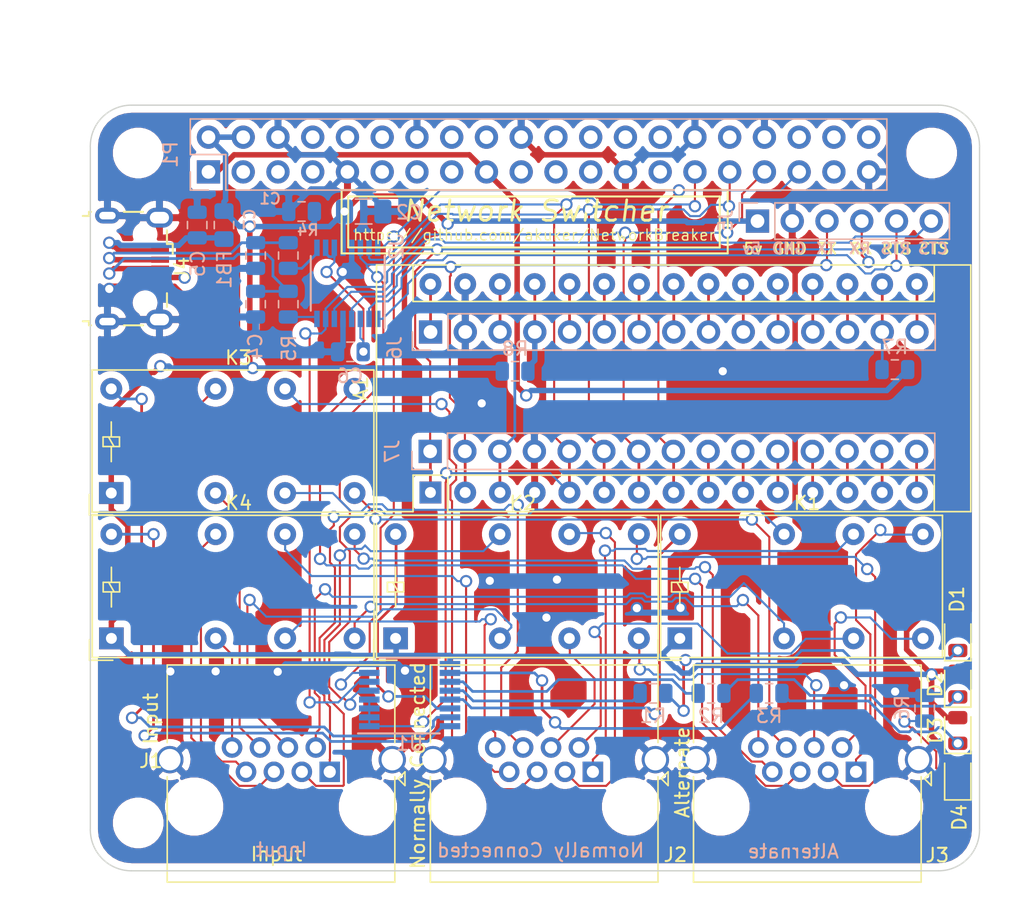
<source format=kicad_pcb>
(kicad_pcb (version 20171130) (host pcbnew "(5.1.4)-1")
  (title_block (date "15 nov 2012"))
  (layers (0 F.Cu signal) (31 B.Cu signal) (34 B.Paste user hide) (35 F.Paste user hide) (36 B.SilkS user hide) (37 F.SilkS user) (38 B.Mask user hide) (39 F.Mask user hide) (44 Edge.Cuts user))
  (net 0 "")
  (net 1 +3V3)
  (net 2 +5V)
  (net 3 GND)
  (net 4 "Net-(R4-Pad1)")
  (net 5 /FTDI_Controller/FTDI_3v3_Out)
  (net 6 /FTDI_Controller/FTDI_CTS)
  (net 7 /FTDI_Controller/FTDI_RTS)
  (net 8 /FTDI_Controller/USB_DM)
  (net 9 /FTDI_Controller/USB_DP)
  (net 10 "Net-(C5-Pad1)")
  (net 11 "Net-(D1-Pad1)")
  (net 12 "Net-(D2-Pad1)")
  (net 13 "Net-(D3-Pad1)")
  (net 14 "Net-(D4-Pad1)")
  (net 15 ENET1_PIN8)
  (net 16 ENET1_PIN6)
  (net 17 ENET1_PIN4)
  (net 18 ENET1_PIN2)
  (net 19 ENET1_PIN7)
  (net 20 ENET1_PIN5)
  (net 21 ENET1_PIN3)
  (net 22 ENET1_PIN1)
  (net 23 ENET2_PIN8)
  (net 24 ENET2_PIN6)
  (net 25 ENET2_PIN4)
  (net 26 ENET2_PIN2)
  (net 27 ENET2_PIN7)
  (net 28 ENET2_PIN5)
  (net 29 ENET2_PIN3)
  (net 30 ENET2_PIN1)
  (net 31 ENET3_PIN8)
  (net 32 ENET3_PIN6)
  (net 33 ENET3_PIN4)
  (net 34 ENET3_PIN2)
  (net 35 ENET3_PIN7)
  (net 36 ENET3_PIN5)
  (net 37 ENET3_PIN3)
  (net 38 ENET3_PIN1)
  (net 39 RELAY_4_CTRL)
  (net 40 RELAY_3_CTRL)
  (net 41 RELAY_2_CTRL)
  (net 42 RELAY_1_CTRL)
  (net 43 CBUS3)
  (net 44 CBUS2)
  (net 45 CBUS1)
  (net 46 CBUS0)
  (net 47 LED_1_CTRL)
  (net 48 LED_2_CTRL)
  (net 49 LED_3_CTRL)
  (net 50 "Net-(R5-Pad1)")
  (net 51 ARD_D13)
  (net 52 ARD_D12)
  (net 53 ARD_Vin)
  (net 54 ARD_D11)
  (net 55 ARD_D10)
  (net 56 ARD_Reset)
  (net 57 ARD_D9)
  (net 58 ARD_5v)
  (net 59 ARD_D8)
  (net 60 ARD_A7)
  (net 61 ARD_D7)
  (net 62 ARD_A6)
  (net 63 ARD_D6)
  (net 64 ARD_A5)
  (net 65 ARD_A4)
  (net 66 ARD_A3)
  (net 67 ARD_A2)
  (net 68 ARD_A1)
  (net 69 ARD_A0)
  (net 70 ARD_Aref)
  (net 71 FTDI_TXD)
  (net 72 ARD_3p3v)
  (net 73 FTDI_RXD)
  (net 74 "Net-(J4-Pad4)")
  (net 75 "/RPi_Connector/GPIO21(SPI1_SCK)")
  (net 76 "/RPi_Connector/GPIO20(SPI1_MOSI)")
  (net 77 /RPi_Connector/GPIO26)
  (net 78 /RPi_Connector/GPIO16)
  (net 79 "/RPi_Connector/GPIO12(PWM0)")
  (net 80 /RPi_Connector/ID_SC)
  (net 81 /RPi_Connector/ID_SD)
  (net 82 "/RPi_Connector/GPIO7(SPI1_CE_N)")
  (net 83 "/RPi_Connector/GPIO8(SPI0_CE_N)")
  (net 84 "/RPi_Connector/GPIO11(SPI0_SCK)")
  (net 85 "/RPi_Connector/GPIO25(GEN6)")
  (net 86 "/RPi_Connector/GPIO9(SPI0_MISO)")
  (net 87 "/RPi_Connector/GPIO10(SPI0_MOSI)")
  (net 88 "/RPi_Connector/GPIO24(GEN5)")
  (net 89 "/RPi_Connector/GPIO23(GEN4)")
  (net 90 "/RPi_Connector/GPIO22(GEN3)")
  (net 91 "/RPi_Connector/GPIO27(GEN2)")
  (net 92 "/RPi_Connector/GPIO18(GEN1)(PWM0)")
  (net 93 "/RPi_Connector/GPIO17(GEN0)")
  (net 94 "/RPi_Connector/GPIO15(RXD0)")
  (net 95 "/RPi_Connector/GPIO14(TXD0)")
  (net 96 "/RPi_Connector/GPIO4(GCLK)")
  (net 97 "/RPi_Connector/GPIO3(SCL1)")
  (net 98 "/RPi_Connector/GPIO2(SDA1)")
  (module Connector_PinHeader_2.54mm:PinHeader_1x06_P2.54mm_Vertical (layer B.Cu) (at 248.77 102.48 270)
    (fp_text reference J5 (at 0 2.33 90) (layer B.SilkS) (effects (justify mirror)))
    (fp_text value Conn_01x06)
    (pad 6 thru_hole oval (at 0 -12.7 270) (size 1.7 1.7) (drill 1) (layers *.Cu *.Mask) (net 6 /FTDI_Controller/FTDI_CTS))
    (pad 5 thru_hole oval (at 0 -10.16 270) (size 1.7 1.7) (drill 1) (layers *.Cu *.Mask) (net 7 /FTDI_Controller/FTDI_RTS))
    (pad 4 thru_hole oval (at 0 -7.62 270) (size 1.7 1.7) (drill 1) (layers *.Cu *.Mask) (net 73 FTDI_RXD))
    (pad 3 thru_hole oval (at 0 -5.08 270) (size 1.7 1.7) (drill 1) (layers *.Cu *.Mask) (net 71 FTDI_TXD))
    (pad 2 thru_hole oval (at 0 -2.54 270) (size 1.7 1.7) (drill 1) (layers *.Cu *.Mask) (net 3 GND))
    (pad 1 thru_hole rect (at 0 0 270) (size 1.7 1.7) (drill 1) (layers *.Cu *.Mask) (net 2 +5V))
  )
  (module Capacitor_SMD:C_0805_2012Metric (layer B.Cu) (at 219.01 112.04 180)
    (fp_text reference C6 (at 0.03 -1.76) (layer B.SilkS) (effects (justify mirror)))
    (fp_text value 100nF)
    (pad 2 smd roundrect (at 0.9375 0 180) (size 0.975 1.4) (layers B.Cu B.Paste B.Mask) (net 3 GND))
    (pad 1 smd roundrect (at -0.9375 0 180) (size 0.975 1.4) (layers B.Cu B.Paste B.Mask) (net 5 /FTDI_Controller/FTDI_3v3_Out))
  )
  (module Capacitor_SMD:C_0805_2012Metric (layer B.Cu) (at 207.81 102.77 90)
    (fp_text reference C5 (at -2.83 0.05 270) (layer B.SilkS) (effects (justify mirror)))
    (fp_text value 10nF)
    (pad 2 smd roundrect (at 0.9375 0 90) (size 0.975 1.4) (layers B.Cu B.Paste B.Mask) (net 3 GND))
    (pad 1 smd roundrect (at -0.9375 0 90) (size 0.975 1.4) (layers B.Cu B.Paste B.Mask) (net 10 "Net-(C5-Pad1)"))
  )
  (module Relay_THT:Relay_DPDT_Finder_30.22 (layer F.Cu) (at 243.09 133)
    (fp_text reference K1 (at 9.3 -9.9) (layer F.SilkS))
    (fp_text value M4-5HAW)
    (pad 12 thru_hole circle (at 12.7 0 90) (size 1.6 1.6) (drill 0.8) (layers *.Cu *.Mask) (net 26 ENET2_PIN2))
    (pad 14 thru_hole circle (at 17.78 0 90) (size 1.6 1.6) (drill 0.8) (layers *.Cu *.Mask) (net 34 ENET3_PIN2))
    (pad 11 thru_hole circle (at 7.62 0 90) (size 1.6 1.6) (drill 0.8) (layers *.Cu *.Mask) (net 18 ENET1_PIN2))
    (pad A2 thru_hole circle (at 0 -7.62 90) (size 1.6 1.6) (drill 0.8) (layers *.Cu *.Mask) (net 39 RELAY_4_CTRL))
    (pad A1 thru_hole rect (at 0 0 90) (size 1.6 1.8) (drill 0.8) (layers *.Cu *.Mask) (net 2 +5V))
    (pad 24 thru_hole circle (at 17.78 -7.62 180) (size 1.6 1.6) (drill 0.8) (layers *.Cu *.Mask) (net 38 ENET3_PIN1))
    (pad 22 thru_hole circle (at 12.7 -7.62 90) (size 1.6 1.6) (drill 0.8) (layers *.Cu *.Mask) (net 30 ENET2_PIN1))
    (pad 21 thru_hole circle (at 7.62 -7.62 90) (size 1.6 1.6) (drill 0.8) (layers *.Cu *.Mask) (net 22 ENET1_PIN1))
  )
  (module Relay_THT:Relay_DPDT_Finder_30.22 (layer F.Cu) (at 222.315 133)
    (fp_text reference K2 (at 9.3 -9.9) (layer F.SilkS))
    (fp_text value M4-5HAW)
    (pad 12 thru_hole circle (at 12.7 0 90) (size 1.6 1.6) (drill 0.8) (layers *.Cu *.Mask) (net 25 ENET2_PIN4))
    (pad 14 thru_hole circle (at 17.78 0 90) (size 1.6 1.6) (drill 0.8) (layers *.Cu *.Mask) (net 33 ENET3_PIN4))
    (pad 11 thru_hole circle (at 7.62 0 90) (size 1.6 1.6) (drill 0.8) (layers *.Cu *.Mask) (net 17 ENET1_PIN4))
    (pad A2 thru_hole circle (at 0 -7.62 90) (size 1.6 1.6) (drill 0.8) (layers *.Cu *.Mask) (net 40 RELAY_3_CTRL))
    (pad A1 thru_hole rect (at 0 0 90) (size 1.6 1.8) (drill 0.8) (layers *.Cu *.Mask) (net 2 +5V))
    (pad 24 thru_hole circle (at 17.78 -7.62 180) (size 1.6 1.6) (drill 0.8) (layers *.Cu *.Mask) (net 37 ENET3_PIN3))
    (pad 22 thru_hole circle (at 12.7 -7.62 90) (size 1.6 1.6) (drill 0.8) (layers *.Cu *.Mask) (net 29 ENET2_PIN3))
    (pad 21 thru_hole circle (at 7.62 -7.62 90) (size 1.6 1.6) (drill 0.8) (layers *.Cu *.Mask) (net 21 ENET1_PIN3))
  )
  (module Resistor_SMD:R_0805_2012Metric (layer B.Cu) (at 241.13 137.02)
    (fp_text reference R1 (at 0 1.65) (layer B.SilkS) (effects (justify mirror)))
    (fp_text value R_Small)
    (pad 2 smd roundrect (at 0.9375 0) (size 0.975 1.4) (layers B.Cu B.Paste B.Mask) (net 11 "Net-(D1-Pad1)"))
    (pad 1 smd roundrect (at -0.9375 0) (size 0.975 1.4) (layers B.Cu B.Paste B.Mask) (net 47 LED_1_CTRL))
  )
  (module Resistor_SMD:R_0805_2012Metric (layer B.Cu) (at 231.05 113.46 180)
    (fp_text reference R8 (at 0 1.65) (layer B.SilkS) (effects (justify mirror)))
    (fp_text value 0)
    (pad 2 smd roundrect (at 0.9375 0 180) (size 0.975 1.4) (layers B.Cu B.Paste B.Mask) (net 2 +5V))
    (pad 1 smd roundrect (at -0.9375 0 180) (size 0.975 1.4) (layers B.Cu B.Paste B.Mask) (net 58 ARD_5v))
  )
  (module Resistor_SMD:R_0805_2012Metric (layer B.Cu) (at 258.81 113.34 180)
    (fp_text reference R7 (at 0 1.65) (layer B.SilkS) (effects (justify mirror)))
    (fp_text value 0)
    (pad 2 smd roundrect (at 0.9375 0 180) (size 0.975 1.4) (layers B.Cu B.Paste B.Mask) (net 72 ARD_3p3v))
    (pad 1 smd roundrect (at -0.9375 0 180) (size 0.975 1.4) (layers B.Cu B.Paste B.Mask) (net 1 +3V3))
  )
  (module Connector_PinSocket_2.54mm:PinSocket_1x15_P2.54mm_Vertical (layer B.Cu) (at 224.84 119.32 270)
    (fp_text reference J7 (at 0 2.77 270) (layer B.SilkS) (effects (justify mirror)))
    (fp_text value Conn_01x15_Female)
    (pad 15 thru_hole oval (at 0 -35.56 270) (size 1.7 1.7) (drill 1) (layers *.Cu *.Mask) (net 52 ARD_D12))
    (pad 14 thru_hole oval (at 0 -33.02 270) (size 1.7 1.7) (drill 1) (layers *.Cu *.Mask) (net 54 ARD_D11))
    (pad 13 thru_hole oval (at 0 -30.48 270) (size 1.7 1.7) (drill 1) (layers *.Cu *.Mask) (net 55 ARD_D10))
    (pad 12 thru_hole oval (at 0 -27.94 270) (size 1.7 1.7) (drill 1) (layers *.Cu *.Mask) (net 57 ARD_D9))
    (pad 11 thru_hole oval (at 0 -25.4 270) (size 1.7 1.7) (drill 1) (layers *.Cu *.Mask) (net 59 ARD_D8))
    (pad 10 thru_hole oval (at 0 -22.86 270) (size 1.7 1.7) (drill 1) (layers *.Cu *.Mask) (net 61 ARD_D7))
    (pad 9 thru_hole oval (at 0 -20.32 270) (size 1.7 1.7) (drill 1) (layers *.Cu *.Mask) (net 63 ARD_D6))
    (pad 8 thru_hole oval (at 0 -17.78 270) (size 1.7 1.7) (drill 1) (layers *.Cu *.Mask) (net 43 CBUS3))
    (pad 7 thru_hole oval (at 0 -15.24 270) (size 1.7 1.7) (drill 1) (layers *.Cu *.Mask) (net 44 CBUS2))
    (pad 6 thru_hole oval (at 0 -12.7 270) (size 1.7 1.7) (drill 1) (layers *.Cu *.Mask) (net 45 CBUS1))
    (pad 5 thru_hole oval (at 0 -10.16 270) (size 1.7 1.7) (drill 1) (layers *.Cu *.Mask) (net 46 CBUS0))
    (pad 4 thru_hole oval (at 0 -7.62 270) (size 1.7 1.7) (drill 1) (layers *.Cu *.Mask) (net 3 GND))
    (pad 3 thru_hole oval (at 0 -5.08 270) (size 1.7 1.7) (drill 1) (layers *.Cu *.Mask) (net 56 ARD_Reset))
    (pad 2 thru_hole oval (at 0 -2.54 270) (size 1.7 1.7) (drill 1) (layers *.Cu *.Mask) (net 71 FTDI_TXD))
    (pad 1 thru_hole rect (at 0 0 270) (size 1.7 1.7) (drill 1) (layers *.Cu *.Mask) (net 73 FTDI_RXD))
  )
  (module Connector_PinSocket_2.54mm:PinSocket_1x15_P2.54mm_Vertical (layer B.Cu) (at 224.87 110.59 270)
    (fp_text reference J6 (at 1.16 2.63 270) (layer B.SilkS) (effects (justify mirror)))
    (fp_text value Conn_01x15_Female)
    (pad 15 thru_hole oval (at 0 -35.56 270) (size 1.7 1.7) (drill 1) (layers *.Cu *.Mask) (net 51 ARD_D13))
    (pad 14 thru_hole oval (at 0 -33.02 270) (size 1.7 1.7) (drill 1) (layers *.Cu *.Mask) (net 72 ARD_3p3v))
    (pad 13 thru_hole oval (at 0 -30.48 270) (size 1.7 1.7) (drill 1) (layers *.Cu *.Mask) (net 70 ARD_Aref))
    (pad 12 thru_hole oval (at 0 -27.94 270) (size 1.7 1.7) (drill 1) (layers *.Cu *.Mask) (net 69 ARD_A0))
    (pad 11 thru_hole oval (at 0 -25.4 270) (size 1.7 1.7) (drill 1) (layers *.Cu *.Mask) (net 68 ARD_A1))
    (pad 10 thru_hole oval (at 0 -22.86 270) (size 1.7 1.7) (drill 1) (layers *.Cu *.Mask) (net 67 ARD_A2))
    (pad 9 thru_hole oval (at 0 -20.32 270) (size 1.7 1.7) (drill 1) (layers *.Cu *.Mask) (net 66 ARD_A3))
    (pad 8 thru_hole oval (at 0 -17.78 270) (size 1.7 1.7) (drill 1) (layers *.Cu *.Mask) (net 65 ARD_A4))
    (pad 7 thru_hole oval (at 0 -15.24 270) (size 1.7 1.7) (drill 1) (layers *.Cu *.Mask) (net 64 ARD_A5))
    (pad 6 thru_hole oval (at 0 -12.7 270) (size 1.7 1.7) (drill 1) (layers *.Cu *.Mask) (net 62 ARD_A6))
    (pad 5 thru_hole oval (at 0 -10.16 270) (size 1.7 1.7) (drill 1) (layers *.Cu *.Mask) (net 60 ARD_A7))
    (pad 4 thru_hole oval (at 0 -7.62 270) (size 1.7 1.7) (drill 1) (layers *.Cu *.Mask) (net 58 ARD_5v))
    (pad 3 thru_hole oval (at 0 -5.08 270) (size 1.7 1.7) (drill 1) (layers *.Cu *.Mask) (net 56 ARD_Reset))
    (pad 2 thru_hole oval (at 0 -2.54 270) (size 1.7 1.7) (drill 1) (layers *.Cu *.Mask) (net 3 GND))
    (pad 1 thru_hole rect (at 0 0 270) (size 1.7 1.7) (drill 1) (layers *.Cu *.Mask) (net 53 ARD_Vin))
  )
  (module Module:Arduino_Nano (layer F.Cu) (at 224.86 122.33 90)
    (fp_text reference A1 (at 7.62 -5.08 90) (layer F.SilkS))
    (fp_text value Arduino_Nano_v3.x)
    (pad 16 thru_hole oval (at 15.24 35.56 90) (size 1.6 1.6) (drill 0.8) (layers *.Cu *.Mask) (net 51 ARD_D13))
    (pad 15 thru_hole oval (at 0 35.56 90) (size 1.6 1.6) (drill 0.8) (layers *.Cu *.Mask) (net 52 ARD_D12))
    (pad 30 thru_hole oval (at 15.24 0 90) (size 1.6 1.6) (drill 0.8) (layers *.Cu *.Mask) (net 53 ARD_Vin))
    (pad 14 thru_hole oval (at 0 33.02 90) (size 1.6 1.6) (drill 0.8) (layers *.Cu *.Mask) (net 54 ARD_D11))
    (pad 29 thru_hole oval (at 15.24 2.54 90) (size 1.6 1.6) (drill 0.8) (layers *.Cu *.Mask) (net 3 GND))
    (pad 13 thru_hole oval (at 0 30.48 90) (size 1.6 1.6) (drill 0.8) (layers *.Cu *.Mask) (net 55 ARD_D10))
    (pad 28 thru_hole oval (at 15.24 5.08 90) (size 1.6 1.6) (drill 0.8) (layers *.Cu *.Mask) (net 56 ARD_Reset))
    (pad 12 thru_hole oval (at 0 27.94 90) (size 1.6 1.6) (drill 0.8) (layers *.Cu *.Mask) (net 57 ARD_D9))
    (pad 27 thru_hole oval (at 15.24 7.62 90) (size 1.6 1.6) (drill 0.8) (layers *.Cu *.Mask) (net 58 ARD_5v))
    (pad 11 thru_hole oval (at 0 25.4 90) (size 1.6 1.6) (drill 0.8) (layers *.Cu *.Mask) (net 59 ARD_D8))
    (pad 26 thru_hole oval (at 15.24 10.16 90) (size 1.6 1.6) (drill 0.8) (layers *.Cu *.Mask) (net 60 ARD_A7))
    (pad 10 thru_hole oval (at 0 22.86 90) (size 1.6 1.6) (drill 0.8) (layers *.Cu *.Mask) (net 61 ARD_D7))
    (pad 25 thru_hole oval (at 15.24 12.7 90) (size 1.6 1.6) (drill 0.8) (layers *.Cu *.Mask) (net 62 ARD_A6))
    (pad 9 thru_hole oval (at 0 20.32 90) (size 1.6 1.6) (drill 0.8) (layers *.Cu *.Mask) (net 63 ARD_D6))
    (pad 24 thru_hole oval (at 15.24 15.24 90) (size 1.6 1.6) (drill 0.8) (layers *.Cu *.Mask) (net 64 ARD_A5))
    (pad 8 thru_hole oval (at 0 17.78 90) (size 1.6 1.6) (drill 0.8) (layers *.Cu *.Mask) (net 43 CBUS3))
    (pad 23 thru_hole oval (at 15.24 17.78 90) (size 1.6 1.6) (drill 0.8) (layers *.Cu *.Mask) (net 65 ARD_A4))
    (pad 7 thru_hole oval (at 0 15.24 90) (size 1.6 1.6) (drill 0.8) (layers *.Cu *.Mask) (net 44 CBUS2))
    (pad 22 thru_hole oval (at 15.24 20.32 90) (size 1.6 1.6) (drill 0.8) (layers *.Cu *.Mask) (net 66 ARD_A3))
    (pad 6 thru_hole oval (at 0 12.7 90) (size 1.6 1.6) (drill 0.8) (layers *.Cu *.Mask) (net 45 CBUS1))
    (pad 21 thru_hole oval (at 15.24 22.86 90) (size 1.6 1.6) (drill 0.8) (layers *.Cu *.Mask) (net 67 ARD_A2))
    (pad 5 thru_hole oval (at 0 10.16 90) (size 1.6 1.6) (drill 0.8) (layers *.Cu *.Mask) (net 46 CBUS0))
    (pad 20 thru_hole oval (at 15.24 25.4 90) (size 1.6 1.6) (drill 0.8) (layers *.Cu *.Mask) (net 68 ARD_A1))
    (pad 4 thru_hole oval (at 0 7.62 90) (size 1.6 1.6) (drill 0.8) (layers *.Cu *.Mask) (net 3 GND))
    (pad 19 thru_hole oval (at 15.24 27.94 90) (size 1.6 1.6) (drill 0.8) (layers *.Cu *.Mask) (net 69 ARD_A0))
    (pad 3 thru_hole oval (at 0 5.08 90) (size 1.6 1.6) (drill 0.8) (layers *.Cu *.Mask) (net 56 ARD_Reset))
    (pad 18 thru_hole oval (at 15.24 30.48 90) (size 1.6 1.6) (drill 0.8) (layers *.Cu *.Mask) (net 70 ARD_Aref))
    (pad 2 thru_hole oval (at 0 2.54 90) (size 1.6 1.6) (drill 0.8) (layers *.Cu *.Mask) (net 71 FTDI_TXD))
    (pad 17 thru_hole oval (at 15.24 33.02 90) (size 1.6 1.6) (drill 0.8) (layers *.Cu *.Mask) (net 72 ARD_3p3v))
    (pad 1 thru_hole rect (at 0 0 90) (size 1.6 1.6) (drill 0.8) (layers *.Cu *.Mask) (net 73 FTDI_RXD))
  )
  (module Connector_PinSocket_2.54mm:PinSocket_2x20_P2.54mm_Vertical (layer B.Cu) (at 208.636 98.8825 270)
    (fp_text reference P1 (at -1.27 2.77 270) (layer B.SilkS) (effects (justify mirror)))
    (fp_text value Conn_02x20_Odd_Even)
    (pad 40 thru_hole oval (at -2.54 -48.26 270) (size 1.7 1.7) (drill 1) (layers *.Cu *.Mask) (net 75 "/RPi_Connector/GPIO21(SPI1_SCK)"))
    (pad 39 thru_hole oval (at 0 -48.26 270) (size 1.7 1.7) (drill 1) (layers *.Cu *.Mask) (net 3 GND))
    (pad 38 thru_hole oval (at -2.54 -45.72 270) (size 1.7 1.7) (drill 1) (layers *.Cu *.Mask) (net 76 "/RPi_Connector/GPIO20(SPI1_MOSI)"))
    (pad 37 thru_hole oval (at 0 -45.72 270) (size 1.7 1.7) (drill 1) (layers *.Cu *.Mask) (net 77 /RPi_Connector/GPIO26))
    (pad 36 thru_hole oval (at -2.54 -43.18 270) (size 1.7 1.7) (drill 1) (layers *.Cu *.Mask) (net 78 /RPi_Connector/GPIO16))
    (pad 35 thru_hole oval (at 0 -43.18 270) (size 1.7 1.7) (drill 1) (layers *.Cu *.Mask) (net 43 CBUS3))
    (pad 34 thru_hole oval (at -2.54 -40.64 270) (size 1.7 1.7) (drill 1) (layers *.Cu *.Mask) (net 3 GND))
    (pad 33 thru_hole oval (at 0 -40.64 270) (size 1.7 1.7) (drill 1) (layers *.Cu *.Mask) (net 44 CBUS2))
    (pad 32 thru_hole oval (at -2.54 -38.1 270) (size 1.7 1.7) (drill 1) (layers *.Cu *.Mask) (net 79 "/RPi_Connector/GPIO12(PWM0)"))
    (pad 31 thru_hole oval (at 0 -38.1 270) (size 1.7 1.7) (drill 1) (layers *.Cu *.Mask) (net 45 CBUS1))
    (pad 30 thru_hole oval (at -2.54 -35.56 270) (size 1.7 1.7) (drill 1) (layers *.Cu *.Mask) (net 3 GND))
    (pad 29 thru_hole oval (at 0 -35.56 270) (size 1.7 1.7) (drill 1) (layers *.Cu *.Mask) (net 46 CBUS0))
    (pad 28 thru_hole oval (at -2.54 -33.02 270) (size 1.7 1.7) (drill 1) (layers *.Cu *.Mask) (net 80 /RPi_Connector/ID_SC))
    (pad 27 thru_hole oval (at 0 -33.02 270) (size 1.7 1.7) (drill 1) (layers *.Cu *.Mask) (net 81 /RPi_Connector/ID_SD))
    (pad 26 thru_hole oval (at -2.54 -30.48 270) (size 1.7 1.7) (drill 1) (layers *.Cu *.Mask) (net 82 "/RPi_Connector/GPIO7(SPI1_CE_N)"))
    (pad 25 thru_hole oval (at 0 -30.48 270) (size 1.7 1.7) (drill 1) (layers *.Cu *.Mask) (net 3 GND))
    (pad 24 thru_hole oval (at -2.54 -27.94 270) (size 1.7 1.7) (drill 1) (layers *.Cu *.Mask) (net 83 "/RPi_Connector/GPIO8(SPI0_CE_N)"))
    (pad 23 thru_hole oval (at 0 -27.94 270) (size 1.7 1.7) (drill 1) (layers *.Cu *.Mask) (net 84 "/RPi_Connector/GPIO11(SPI0_SCK)"))
    (pad 22 thru_hole oval (at -2.54 -25.4 270) (size 1.7 1.7) (drill 1) (layers *.Cu *.Mask) (net 85 "/RPi_Connector/GPIO25(GEN6)"))
    (pad 21 thru_hole oval (at 0 -25.4 270) (size 1.7 1.7) (drill 1) (layers *.Cu *.Mask) (net 86 "/RPi_Connector/GPIO9(SPI0_MISO)"))
    (pad 20 thru_hole oval (at -2.54 -22.86 270) (size 1.7 1.7) (drill 1) (layers *.Cu *.Mask) (net 3 GND))
    (pad 19 thru_hole oval (at 0 -22.86 270) (size 1.7 1.7) (drill 1) (layers *.Cu *.Mask) (net 87 "/RPi_Connector/GPIO10(SPI0_MOSI)"))
    (pad 18 thru_hole oval (at -2.54 -20.32 270) (size 1.7 1.7) (drill 1) (layers *.Cu *.Mask) (net 88 "/RPi_Connector/GPIO24(GEN5)"))
    (pad 17 thru_hole oval (at 0 -20.32 270) (size 1.7 1.7) (drill 1) (layers *.Cu *.Mask) (net 1 +3V3))
    (pad 16 thru_hole oval (at -2.54 -17.78 270) (size 1.7 1.7) (drill 1) (layers *.Cu *.Mask) (net 89 "/RPi_Connector/GPIO23(GEN4)"))
    (pad 15 thru_hole oval (at 0 -17.78 270) (size 1.7 1.7) (drill 1) (layers *.Cu *.Mask) (net 90 "/RPi_Connector/GPIO22(GEN3)"))
    (pad 14 thru_hole oval (at -2.54 -15.24 270) (size 1.7 1.7) (drill 1) (layers *.Cu *.Mask) (net 3 GND))
    (pad 13 thru_hole oval (at 0 -15.24 270) (size 1.7 1.7) (drill 1) (layers *.Cu *.Mask) (net 91 "/RPi_Connector/GPIO27(GEN2)"))
    (pad 12 thru_hole oval (at -2.54 -12.7 270) (size 1.7 1.7) (drill 1) (layers *.Cu *.Mask) (net 92 "/RPi_Connector/GPIO18(GEN1)(PWM0)"))
    (pad 11 thru_hole oval (at 0 -12.7 270) (size 1.7 1.7) (drill 1) (layers *.Cu *.Mask) (net 93 "/RPi_Connector/GPIO17(GEN0)"))
    (pad 10 thru_hole oval (at -2.54 -10.16 270) (size 1.7 1.7) (drill 1) (layers *.Cu *.Mask) (net 94 "/RPi_Connector/GPIO15(RXD0)"))
    (pad 9 thru_hole oval (at 0 -10.16 270) (size 1.7 1.7) (drill 1) (layers *.Cu *.Mask) (net 3 GND))
    (pad 8 thru_hole oval (at -2.54 -7.62 270) (size 1.7 1.7) (drill 1) (layers *.Cu *.Mask) (net 95 "/RPi_Connector/GPIO14(TXD0)"))
    (pad 7 thru_hole oval (at 0 -7.62 270) (size 1.7 1.7) (drill 1) (layers *.Cu *.Mask) (net 96 "/RPi_Connector/GPIO4(GCLK)"))
    (pad 6 thru_hole oval (at -2.54 -5.08 270) (size 1.7 1.7) (drill 1) (layers *.Cu *.Mask) (net 3 GND))
    (pad 5 thru_hole oval (at 0 -5.08 270) (size 1.7 1.7) (drill 1) (layers *.Cu *.Mask) (net 97 "/RPi_Connector/GPIO3(SCL1)"))
    (pad 4 thru_hole oval (at -2.54 -2.54 270) (size 1.7 1.7) (drill 1) (layers *.Cu *.Mask) (net 2 +5V))
    (pad 3 thru_hole oval (at 0 -2.54 270) (size 1.7 1.7) (drill 1) (layers *.Cu *.Mask) (net 98 "/RPi_Connector/GPIO2(SDA1)"))
    (pad 2 thru_hole oval (at -2.54 0 270) (size 1.7 1.7) (drill 1) (layers *.Cu *.Mask) (net 2 +5V))
    (pad 1 thru_hole rect (at 0 0 270) (size 1.7 1.7) (drill 1) (layers *.Cu *.Mask) (net 1 +3V3))
  )
  (module Package_SO:TSSOP-16_4.4x5mm_P0.65mm (layer B.Cu) (at 223.34 137.15)
    (fp_text reference U1 (at 0 3.55 180) (layer B.SilkS) (effects (justify mirror)))
    (fp_text value ULN2003)
    (pad 16 smd rect (at 2.95 2.275) (size 1.5 0.45) (layers B.Cu B.Paste B.Mask) (net 42 RELAY_1_CTRL))
    (pad 15 smd rect (at 2.95 1.625) (size 1.5 0.45) (layers B.Cu B.Paste B.Mask) (net 41 RELAY_2_CTRL))
    (pad 14 smd rect (at 2.95 0.975) (size 1.5 0.45) (layers B.Cu B.Paste B.Mask) (net 40 RELAY_3_CTRL))
    (pad 13 smd rect (at 2.95 0.325) (size 1.5 0.45) (layers B.Cu B.Paste B.Mask) (net 39 RELAY_4_CTRL))
    (pad 12 smd rect (at 2.95 -0.325) (size 1.5 0.45) (layers B.Cu B.Paste B.Mask) (net 47 LED_1_CTRL))
    (pad 11 smd rect (at 2.95 -0.975) (size 1.5 0.45) (layers B.Cu B.Paste B.Mask) (net 48 LED_2_CTRL))
    (pad 10 smd rect (at 2.95 -1.625) (size 1.5 0.45) (layers B.Cu B.Paste B.Mask) (net 49 LED_3_CTRL))
    (pad 9 smd rect (at 2.95 -2.275) (size 1.5 0.45) (layers B.Cu B.Paste B.Mask) (net 2 +5V))
    (pad 8 smd rect (at -2.95 -2.275) (size 1.5 0.45) (layers B.Cu B.Paste B.Mask) (net 3 GND))
    (pad 7 smd rect (at -2.95 -1.625) (size 1.5 0.45) (layers B.Cu B.Paste B.Mask) (net 43 CBUS3))
    (pad 6 smd rect (at -2.95 -0.975) (size 1.5 0.45) (layers B.Cu B.Paste B.Mask) (net 44 CBUS2))
    (pad 5 smd rect (at -2.95 -0.325) (size 1.5 0.45) (layers B.Cu B.Paste B.Mask) (net 45 CBUS1))
    (pad 4 smd rect (at -2.95 0.325) (size 1.5 0.45) (layers B.Cu B.Paste B.Mask) (net 46 CBUS0))
    (pad 3 smd rect (at -2.95 0.975) (size 1.5 0.45) (layers B.Cu B.Paste B.Mask) (net 46 CBUS0))
    (pad 2 smd rect (at -2.95 1.625) (size 1.5 0.45) (layers B.Cu B.Paste B.Mask) (net 46 CBUS0))
    (pad 1 smd rect (at -2.95 2.275) (size 1.5 0.45) (layers B.Cu B.Paste B.Mask) (net 46 CBUS0))
  )
  (module Resistor_SMD:R_0805_2012Metric (layer B.Cu) (at 260.99 138.11 270)
    (fp_text reference R6 (at 0 1.65 90) (layer B.SilkS) (effects (justify mirror)))
    (fp_text value R_Small)
    (pad 2 smd roundrect (at 0.9375 0 270) (size 0.975 1.4) (layers B.Cu B.Paste B.Mask) (net 14 "Net-(D4-Pad1)"))
    (pad 1 smd roundrect (at -0.9375 0 270) (size 0.975 1.4) (layers B.Cu B.Paste B.Mask) (net 3 GND))
  )
  (module Resistor_SMD:R_0805_2012Metric (layer B.Cu) (at 249.62 137.02)
    (fp_text reference R3 (at 0 1.65) (layer B.SilkS) (effects (justify mirror)))
    (fp_text value R_Small)
    (pad 2 smd roundrect (at 0.9375 0) (size 0.975 1.4) (layers B.Cu B.Paste B.Mask) (net 13 "Net-(D3-Pad1)"))
    (pad 1 smd roundrect (at -0.9375 0) (size 0.975 1.4) (layers B.Cu B.Paste B.Mask) (net 49 LED_3_CTRL))
  )
  (module Resistor_SMD:R_0805_2012Metric (layer B.Cu) (at 245.375 137.02)
    (fp_text reference R2 (at 0 1.65) (layer B.SilkS) (effects (justify mirror)))
    (fp_text value R_Small)
    (pad 2 smd roundrect (at 0.9375 0) (size 0.975 1.4) (layers B.Cu B.Paste B.Mask) (net 12 "Net-(D2-Pad1)"))
    (pad 1 smd roundrect (at -0.9375 0) (size 0.975 1.4) (layers B.Cu B.Paste B.Mask) (net 48 LED_2_CTRL))
  )
  (module Relay_THT:Relay_DPDT_Finder_30.22 (layer F.Cu) (at 201.54 133)
    (fp_text reference K4 (at 9.3 -9.9) (layer F.SilkS))
    (fp_text value M4-5HAW)
    (pad 12 thru_hole circle (at 12.7 0 90) (size 1.6 1.6) (drill 0.8) (layers *.Cu *.Mask) (net 23 ENET2_PIN8))
    (pad 14 thru_hole circle (at 17.78 0 90) (size 1.6 1.6) (drill 0.8) (layers *.Cu *.Mask) (net 31 ENET3_PIN8))
    (pad 11 thru_hole circle (at 7.62 0 90) (size 1.6 1.6) (drill 0.8) (layers *.Cu *.Mask) (net 15 ENET1_PIN8))
    (pad A2 thru_hole circle (at 0 -7.62 90) (size 1.6 1.6) (drill 0.8) (layers *.Cu *.Mask) (net 42 RELAY_1_CTRL))
    (pad A1 thru_hole rect (at 0 0 90) (size 1.6 1.8) (drill 0.8) (layers *.Cu *.Mask) (net 2 +5V))
    (pad 24 thru_hole circle (at 17.78 -7.62 180) (size 1.6 1.6) (drill 0.8) (layers *.Cu *.Mask) (net 35 ENET3_PIN7))
    (pad 22 thru_hole circle (at 12.7 -7.62 90) (size 1.6 1.6) (drill 0.8) (layers *.Cu *.Mask) (net 27 ENET2_PIN7))
    (pad 21 thru_hole circle (at 7.62 -7.62 90) (size 1.6 1.6) (drill 0.8) (layers *.Cu *.Mask) (net 19 ENET1_PIN7))
  )
  (module Relay_THT:Relay_DPDT_Finder_30.22 (layer F.Cu) (at 201.53 122.37)
    (fp_text reference K3 (at 9.3 -9.9) (layer F.SilkS))
    (fp_text value M4-5HAW)
    (pad 12 thru_hole circle (at 12.7 0 90) (size 1.6 1.6) (drill 0.8) (layers *.Cu *.Mask) (net 24 ENET2_PIN6))
    (pad 14 thru_hole circle (at 17.78 0 90) (size 1.6 1.6) (drill 0.8) (layers *.Cu *.Mask) (net 32 ENET3_PIN6))
    (pad 11 thru_hole circle (at 7.62 0 90) (size 1.6 1.6) (drill 0.8) (layers *.Cu *.Mask) (net 16 ENET1_PIN6))
    (pad A2 thru_hole circle (at 0 -7.62 90) (size 1.6 1.6) (drill 0.8) (layers *.Cu *.Mask) (net 41 RELAY_2_CTRL))
    (pad A1 thru_hole rect (at 0 0 90) (size 1.6 1.8) (drill 0.8) (layers *.Cu *.Mask) (net 2 +5V))
    (pad 24 thru_hole circle (at 17.78 -7.62 180) (size 1.6 1.6) (drill 0.8) (layers *.Cu *.Mask) (net 36 ENET3_PIN5))
    (pad 22 thru_hole circle (at 12.7 -7.62 90) (size 1.6 1.6) (drill 0.8) (layers *.Cu *.Mask) (net 28 ENET2_PIN5))
    (pad 21 thru_hole circle (at 7.62 -7.62 90) (size 1.6 1.6) (drill 0.8) (layers *.Cu *.Mask) (net 20 ENET1_PIN5))
  )
  (module LED_SMD:LED_0805_2012Metric (layer F.Cu) (at 263.41 143.129999 90)
    (fp_text reference D4 (at -2.970001 0.12 90) (layer F.SilkS))
    (fp_text value LED_Small)
    (pad 2 smd roundrect (at 0.9375 0 90) (size 0.975 1.4) (layers F.Cu F.Paste F.Mask) (net 2 +5V))
    (pad 1 smd roundrect (at -0.9375 0 90) (size 0.975 1.4) (layers F.Cu F.Paste F.Mask) (net 14 "Net-(D4-Pad1)"))
  )
  (module LED_SMD:LED_0805_2012Metric (layer F.Cu) (at 263.41 139.736666 90)
    (fp_text reference D3 (at 0 -1.65 90) (layer F.SilkS))
    (fp_text value LED_Small)
    (pad 2 smd roundrect (at 0.9375 0 90) (size 0.975 1.4) (layers F.Cu F.Paste F.Mask) (net 2 +5V))
    (pad 1 smd roundrect (at -0.9375 0 90) (size 0.975 1.4) (layers F.Cu F.Paste F.Mask) (net 13 "Net-(D3-Pad1)"))
  )
  (module LED_SMD:LED_0805_2012Metric (layer F.Cu) (at 263.41 136.343333 90)
    (fp_text reference D2 (at 0 -1.65 90) (layer F.SilkS))
    (fp_text value LED_Small)
    (pad 2 smd roundrect (at 0.9375 0 90) (size 0.975 1.4) (layers F.Cu F.Paste F.Mask) (net 2 +5V))
    (pad 1 smd roundrect (at -0.9375 0 90) (size 0.975 1.4) (layers F.Cu F.Paste F.Mask) (net 12 "Net-(D2-Pad1)"))
  )
  (module LED_SMD:LED_0805_2012Metric (layer F.Cu) (at 263.41 132.95 90)
    (fp_text reference D1 (at 2.81 -0.06 90) (layer F.SilkS))
    (fp_text value LED_Small)
    (pad 2 smd roundrect (at 0.9375 0 90) (size 0.975 1.4) (layers F.Cu F.Paste F.Mask) (net 2 +5V))
    (pad 1 smd roundrect (at -0.9375 0 90) (size 0.975 1.4) (layers F.Cu F.Paste F.Mask) (net 11 "Net-(D1-Pad1)"))
  )
  (module Resistor_SMD:R_0805_2012Metric (layer B.Cu) (at 214.4692 108.556 90)
    (fp_text reference R5 (at -3.2258 0.0508 90) (layer B.SilkS) (effects (justify mirror)))
    (fp_text value 27)
    (pad 2 smd roundrect (at 0.9375 0 90) (size 0.975 1.4) (layers B.Cu B.Paste B.Mask) (net 9 /FTDI_Controller/USB_DP))
    (pad 1 smd roundrect (at -0.9375 0 90) (size 0.975 1.4) (layers B.Cu B.Paste B.Mask) (net 50 "Net-(R5-Pad1)"))
  )
  (module Resistor_SMD:R_0805_2012Metric (layer B.Cu) (at 214.4692 105 90)
    (fp_text reference R4 (at 1.86 1.4308) (layer B.SilkS) (effects (font (size 0.8 0.8)) (justify mirror)))
    (fp_text value 27)
    (pad 2 smd roundrect (at 0.9375 0 90) (size 0.975 1.4) (layers B.Cu B.Paste B.Mask) (net 8 /FTDI_Controller/USB_DM))
    (pad 1 smd roundrect (at -0.9375 0 90) (size 0.975 1.4) (layers B.Cu B.Paste B.Mask) (net 4 "Net-(R4-Pad1)"))
  )
  (module Resistor_SMD:R_0805_2012Metric_Pad1.15x1.40mm_HandSolder (layer B.Cu) (at 209.77 102.77 270)
    (fp_text reference FB1 (at 3.26 -0.03 90) (layer B.SilkS) (effects (justify mirror)))
    (fp_text value Ferrite_Bead_Small)
    (pad 2 smd roundrect (at 1.025 0 270) (size 1.15 1.4) (layers B.Cu B.Paste B.Mask) (roundrect_rratio 0.217391) (net 10 "Net-(C5-Pad1)"))
    (pad 1 smd roundrect (at -1.025 0 270) (size 1.15 1.4) (layers B.Cu B.Paste B.Mask) (roundrect_rratio 0.217391) (net 2 +5V))
  )
  (module Capacitor_SMD:C_0805_2012Metric (layer B.Cu) (at 212.0816 108.556 270)
    (fp_text reference C4 (at 3.0988 0.0254 90) (layer B.SilkS) (effects (justify mirror)))
    (fp_text value 47pF)
    (pad 2 smd roundrect (at 0.9375 0 270) (size 0.975 1.4) (layers B.Cu B.Paste B.Mask) (net 3 GND))
    (pad 1 smd roundrect (at -0.9375 0 270) (size 0.975 1.4) (layers B.Cu B.Paste B.Mask) (net 9 /FTDI_Controller/USB_DP))
  )
  (module Capacitor_SMD:C_0805_2012Metric (layer B.Cu) (at 212.0816 105 270)
    (fp_text reference C3 (at -2.6416 0.4316 90) (layer B.SilkS) (effects (font (size 0.8 0.8)) (justify mirror)))
    (fp_text value 47pF)
    (pad 2 smd roundrect (at 0.9375 0 270) (size 0.975 1.4) (layers B.Cu B.Paste B.Mask) (net 3 GND))
    (pad 1 smd roundrect (at -0.9375 0 270) (size 0.975 1.4) (layers B.Cu B.Paste B.Mask) (net 8 /FTDI_Controller/USB_DM))
  )
  (module Capacitor_SMD:C_1206_3216Metric (layer B.Cu) (at 219.98 101.78)
    (fp_text reference C2 (at 3.33 0.06) (layer B.SilkS) (effects (justify mirror)))
    (fp_text value 4.7uF)
    (pad 2 smd roundrect (at 1.4 0) (size 1.25 1.75) (layers B.Cu B.Paste B.Mask) (roundrect_rratio 0.2) (net 3 GND))
    (pad 1 smd roundrect (at -1.4 0) (size 1.25 1.75) (layers B.Cu B.Paste B.Mask) (roundrect_rratio 0.2) (net 2 +5V))
  )
  (module Capacitor_SMD:C_0805_2012Metric (layer B.Cu) (at 215.44 101.78 180)
    (fp_text reference C1 (at 2.3 0.94) (layer B.SilkS) (effects (font (size 0.8 0.8)) (justify mirror)))
    (fp_text value 100nF)
    (pad 2 smd roundrect (at 0.9375 0 180) (size 0.975 1.4) (layers B.Cu B.Paste B.Mask) (net 3 GND))
    (pad 1 smd roundrect (at -0.9375 0 180) (size 0.975 1.4) (layers B.Cu B.Paste B.Mask) (net 2 +5V))
  )
  (module Package_SO:SSOP-16_3.9x4.9mm_P0.635mm (layer B.Cu) (at 218.7872 107.032 90)
    (fp_text reference U2 (at 2.712 3.5928 90) (layer B.SilkS) (effects (justify mirror)))
    (fp_text value FT230XS)
    (pad 16 smd rect (at 2.6 2.2225 90) (size 1.2 0.4) (layers B.Cu B.Paste B.Mask) (net 43 CBUS3))
    (pad 15 smd rect (at 2.6 1.5875 90) (size 1.2 0.4) (layers B.Cu B.Paste B.Mask) (net 46 CBUS0))
    (pad 14 smd rect (at 2.6 0.9525 90) (size 1.2 0.4) (layers B.Cu B.Paste B.Mask) (net 45 CBUS1))
    (pad 13 smd rect (at 2.6 0.3175 90) (size 1.2 0.4) (layers B.Cu B.Paste B.Mask) (net 3 GND))
    (pad 12 smd rect (at 2.6 -0.3175 90) (size 1.2 0.4) (layers B.Cu B.Paste B.Mask) (net 2 +5V))
    (pad 11 smd rect (at 2.6 -0.9525 90) (size 1.2 0.4) (layers B.Cu B.Paste B.Mask) (net 5 /FTDI_Controller/FTDI_3v3_Out))
    (pad 10 smd rect (at 2.6 -1.5875 90) (size 1.2 0.4) (layers B.Cu B.Paste B.Mask) (net 5 /FTDI_Controller/FTDI_3v3_Out))
    (pad 9 smd rect (at 2.6 -2.2225 90) (size 1.2 0.4) (layers B.Cu B.Paste B.Mask) (net 4 "Net-(R4-Pad1)"))
    (pad 8 smd rect (at -2.6 -2.2225 90) (size 1.2 0.4) (layers B.Cu B.Paste B.Mask) (net 50 "Net-(R5-Pad1)"))
    (pad 7 smd rect (at -2.6 -1.5875 90) (size 1.2 0.4) (layers B.Cu B.Paste B.Mask) (net 44 CBUS2))
    (pad 6 smd rect (at -2.6 -0.9525 90) (size 1.2 0.4) (layers B.Cu B.Paste B.Mask) (net 6 /FTDI_Controller/FTDI_CTS))
    (pad 5 smd rect (at -2.6 -0.3175 90) (size 1.2 0.4) (layers B.Cu B.Paste B.Mask) (net 3 GND))
    (pad 4 smd rect (at -2.6 0.3175 90) (size 1.2 0.4) (layers B.Cu B.Paste B.Mask) (net 73 FTDI_RXD))
    (pad 3 smd rect (at -2.6 0.9525 90) (size 1.2 0.4) (layers B.Cu B.Paste B.Mask) (net 5 /FTDI_Controller/FTDI_3v3_Out))
    (pad 2 smd rect (at -2.6 1.5875 90) (size 1.2 0.4) (layers B.Cu B.Paste B.Mask) (net 7 /FTDI_Controller/FTDI_RTS))
    (pad 1 smd rect (at -2.6 2.2225 90) (size 1.2 0.4) (layers B.Cu B.Paste B.Mask) (net 71 FTDI_TXD))
  )
  (module Connector_USB:USB_Micro-B_Wuerth_629105150521 (layer F.Cu) (at 203.2005 105.9545 270)
    (fp_text reference J4 (at 0 -3.5 90) (layer F.SilkS))
    (fp_text value USB_B_Micro)
    (pad "" np_thru_hole oval (at 2.5 -0.8 270) (size 0.8 0.8) (drill 0.8) (layers *.Cu *.Mask))
    (pad "" np_thru_hole oval (at -2.5 -0.8 270) (size 0.8 0.8) (drill 0.8) (layers *.Cu *.Mask))
    (pad 6 thru_hole oval (at 3.875 1.95 270) (size 1.15 1.8) (drill oval 0.55 1.2) (layers *.Cu *.Mask) (net 3 GND))
    (pad 6 thru_hole oval (at -3.875 1.95 270) (size 1.15 1.8) (drill oval 0.55 1.2) (layers *.Cu *.Mask) (net 3 GND))
    (pad 6 thru_hole oval (at 3.725 -1.85 270) (size 1.45 2) (drill oval 0.85 1.4) (layers *.Cu *.Mask) (net 3 GND))
    (pad 6 thru_hole oval (at -3.725 -1.85 270) (size 1.45 2) (drill oval 0.85 1.4) (layers *.Cu *.Mask) (net 3 GND))
    (pad 5 smd rect (at 1.3 -1.9 270) (size 0.45 1.3) (layers F.Cu F.Paste F.Mask) (net 3 GND))
    (pad 4 smd rect (at 0.65 -1.9 270) (size 0.45 1.3) (layers F.Cu F.Paste F.Mask) (net 74 "Net-(J4-Pad4)"))
    (pad 3 smd rect (at 0 -1.9 270) (size 0.45 1.3) (layers F.Cu F.Paste F.Mask) (net 9 /FTDI_Controller/USB_DP))
    (pad 2 smd rect (at -0.65 -1.9 270) (size 0.45 1.3) (layers F.Cu F.Paste F.Mask) (net 8 /FTDI_Controller/USB_DM))
    (pad 1 smd rect (at -1.3 -1.9 270) (size 0.45 1.3) (layers F.Cu F.Paste F.Mask) (net 10 "Net-(C5-Pad1)"))
  )
  (module Connector_RJ:RJ45_Amphenol_RJHSE5380 (layer F.Cu) (at 255.9715 142.761 180)
    (fp_text reference J3 (at -5.9385 -6.099) (layer F.SilkS))
    (fp_text value 8P8C_Shielded)
    (pad SH thru_hole circle (at -4.57 0.89 180) (size 2 2) (drill 1.57) (layers *.Cu *.Mask) (net 3 GND))
    (pad SH thru_hole circle (at 11.69 0.89 180) (size 2 2) (drill 1.57) (layers *.Cu *.Mask) (net 3 GND))
    (pad "" np_thru_hole circle (at 9.91 -2.54 180) (size 3.25 3.25) (drill 3.25) (layers *.Cu *.Mask))
    (pad "" np_thru_hole circle (at -2.79 -2.54 180) (size 3.25 3.25) (drill 3.25) (layers *.Cu *.Mask))
    (pad 8 thru_hole circle (at 7.14 1.78 180) (size 1.5 1.5) (drill 0.89) (layers *.Cu *.Mask) (net 31 ENET3_PIN8))
    (pad 6 thru_hole circle (at 5.1 1.78 180) (size 1.5 1.5) (drill 0.89) (layers *.Cu *.Mask) (net 32 ENET3_PIN6))
    (pad 4 thru_hole circle (at 3.06 1.78 180) (size 1.5 1.5) (drill 0.89) (layers *.Cu *.Mask) (net 33 ENET3_PIN4))
    (pad 2 thru_hole circle (at 1.02 1.78 180) (size 1.5 1.5) (drill 0.89) (layers *.Cu *.Mask) (net 34 ENET3_PIN2))
    (pad 7 thru_hole circle (at 6.12 0 180) (size 1.5 1.5) (drill 0.89) (layers *.Cu *.Mask) (net 35 ENET3_PIN7))
    (pad 5 thru_hole circle (at 4.08 0 180) (size 1.5 1.5) (drill 0.89) (layers *.Cu *.Mask) (net 36 ENET3_PIN5))
    (pad 3 thru_hole circle (at 2.04 0 180) (size 1.5 1.5) (drill 0.89) (layers *.Cu *.Mask) (net 37 ENET3_PIN3))
    (pad 1 thru_hole rect (at 0 0 180) (size 1.5 1.5) (drill 0.89) (layers *.Cu *.Mask) (net 38 ENET3_PIN1))
  )
  (module Connector_RJ:RJ45_Amphenol_RJHSE5380 (layer F.Cu) (at 236.73575 142.761 180)
    (fp_text reference J2 (at -6.03425 -6.069) (layer F.SilkS))
    (fp_text value 8P8C_Shielded)
    (pad SH thru_hole circle (at -4.57 0.89 180) (size 2 2) (drill 1.57) (layers *.Cu *.Mask) (net 3 GND))
    (pad SH thru_hole circle (at 11.69 0.89 180) (size 2 2) (drill 1.57) (layers *.Cu *.Mask) (net 3 GND))
    (pad "" np_thru_hole circle (at 9.91 -2.54 180) (size 3.25 3.25) (drill 3.25) (layers *.Cu *.Mask))
    (pad "" np_thru_hole circle (at -2.79 -2.54 180) (size 3.25 3.25) (drill 3.25) (layers *.Cu *.Mask))
    (pad 8 thru_hole circle (at 7.14 1.78 180) (size 1.5 1.5) (drill 0.89) (layers *.Cu *.Mask) (net 23 ENET2_PIN8))
    (pad 6 thru_hole circle (at 5.1 1.78 180) (size 1.5 1.5) (drill 0.89) (layers *.Cu *.Mask) (net 24 ENET2_PIN6))
    (pad 4 thru_hole circle (at 3.06 1.78 180) (size 1.5 1.5) (drill 0.89) (layers *.Cu *.Mask) (net 25 ENET2_PIN4))
    (pad 2 thru_hole circle (at 1.02 1.78 180) (size 1.5 1.5) (drill 0.89) (layers *.Cu *.Mask) (net 26 ENET2_PIN2))
    (pad 7 thru_hole circle (at 6.12 0 180) (size 1.5 1.5) (drill 0.89) (layers *.Cu *.Mask) (net 27 ENET2_PIN7))
    (pad 5 thru_hole circle (at 4.08 0 180) (size 1.5 1.5) (drill 0.89) (layers *.Cu *.Mask) (net 28 ENET2_PIN5))
    (pad 3 thru_hole circle (at 2.04 0 180) (size 1.5 1.5) (drill 0.89) (layers *.Cu *.Mask) (net 29 ENET2_PIN3))
    (pad 1 thru_hole rect (at 0 0 180) (size 1.5 1.5) (drill 0.89) (layers *.Cu *.Mask) (net 30 ENET2_PIN1))
  )
  (module Connector_RJ:RJ45_Amphenol_RJHSE5380 (layer F.Cu) (at 217.5 142.761 180)
    (fp_text reference J1 (at 13.07 0.801) (layer F.SilkS))
    (fp_text value 8P8C_Shielded)
    (pad SH thru_hole circle (at -4.57 0.89 180) (size 2 2) (drill 1.57) (layers *.Cu *.Mask) (net 3 GND))
    (pad SH thru_hole circle (at 11.69 0.89 180) (size 2 2) (drill 1.57) (layers *.Cu *.Mask) (net 3 GND))
    (pad "" np_thru_hole circle (at 9.91 -2.54 180) (size 3.25 3.25) (drill 3.25) (layers *.Cu *.Mask))
    (pad "" np_thru_hole circle (at -2.79 -2.54 180) (size 3.25 3.25) (drill 3.25) (layers *.Cu *.Mask))
    (pad 8 thru_hole circle (at 7.14 1.78 180) (size 1.5 1.5) (drill 0.89) (layers *.Cu *.Mask) (net 15 ENET1_PIN8))
    (pad 6 thru_hole circle (at 5.1 1.78 180) (size 1.5 1.5) (drill 0.89) (layers *.Cu *.Mask) (net 16 ENET1_PIN6))
    (pad 4 thru_hole circle (at 3.06 1.78 180) (size 1.5 1.5) (drill 0.89) (layers *.Cu *.Mask) (net 17 ENET1_PIN4))
    (pad 2 thru_hole circle (at 1.02 1.78 180) (size 1.5 1.5) (drill 0.89) (layers *.Cu *.Mask) (net 18 ENET1_PIN2))
    (pad 7 thru_hole circle (at 6.12 0 180) (size 1.5 1.5) (drill 0.89) (layers *.Cu *.Mask) (net 19 ENET1_PIN7))
    (pad 5 thru_hole circle (at 4.08 0 180) (size 1.5 1.5) (drill 0.89) (layers *.Cu *.Mask) (net 20 ENET1_PIN5))
    (pad 3 thru_hole circle (at 2.04 0 180) (size 1.5 1.5) (drill 0.89) (layers *.Cu *.Mask) (net 21 ENET1_PIN3))
    (pad 1 thru_hole rect (at 0 0 180) (size 1.5 1.5) (drill 0.89) (layers *.Cu *.Mask) (net 22 ENET1_PIN1))
  )
  (module MountingHole:MountingHole_2.7mm_M2.5 (layer F.Cu) (at 203.5 146.5)
    (fp_text reference MK3)
    (fp_text value M2.5)
    (pad 1 np_thru_hole circle (at 0 0) (size 2.7 2.7) (drill 2.7) (layers *.Cu *.Mask))
  )
  (module MountingHole:MountingHole_2.7mm_M2.5 (layer F.Cu) (at 261.5 97.5 180)
    (fp_text reference MK2)
    (fp_text value M2.5)
    (pad 1 np_thru_hole circle (at 0 0 180) (size 2.7 2.7) (drill 2.7) (layers *.Cu *.Mask))
  )
  (module MountingHole:MountingHole_2.7mm_M2.5 (layer F.Cu) (at 203.5 97.5 180)
    (fp_text reference MK1)
    (fp_text value M2.5)
    (pad 1 np_thru_hole circle (at 0 0 180) (size 2.7 2.7) (drill 2.7) (layers *.Cu *.Mask))
  )
  (gr_text TX (at 253.77 104.48) (layer B.SilkS) (effects (font (size 0.8 0.8)) (justify mirror)))
  (gr_text RX (at 256.25 104.48) (layer B.SilkS) (effects (font (size 0.8 0.8)) (justify mirror)))
  (gr_text GND (at 251.05 104.48) (layer B.SilkS) (effects (font (size 0.8 0.8)) (justify mirror)))
  (gr_text RTS (at 258.85 104.48) (layer B.SilkS) (effects (font (size 0.8 0.8)) (justify mirror)))
  (gr_text 5v (at 248.34 104.48) (layer B.SilkS) (effects (font (size 0.8 0.8)) (justify mirror)))
  (gr_text CTS (at 261.59 104.48) (layer B.SilkS) (effects (font (size 0.8 0.8)) (justify mirror)))
  (gr_text "Normally Connected" (at 232.9184 148.5014) (layer B.SilkS) (effects (font (size 1 1)) (justify mirror)))
  (gr_text Input (at 213.97 148.4506) (layer B.SilkS) (effects (font (size 1 1)) (justify mirror)))
  (gr_text Alternate (at 251.3842 148.5776) (layer B.SilkS) (effects (font (size 1 1)) (justify mirror)))
  (gr_text Alternate (at 243.28 142.8 90) (layer F.SilkS) (effects (font (size 1 1))))
  (gr_text "Normally Connected" (at 223.94 142.3 90) (layer F.SilkS) (effects (font (size 1 1))))
  (gr_text Input (at 204.4196 138.8748 90) (layer F.SilkS) (effects (font (size 1 1))))
  (gr_text Input (at 213.61 148.79) (layer F.SilkS) (effects (font (size 1 1))))
  (gr_text CTS (at 261.7 104.5) (layer F.SilkS) (effects (font (size 0.8 0.8))))
  (gr_text RTS (at 258.96 104.5) (layer F.SilkS) (effects (font (size 0.8 0.8))))
  (gr_text RX (at 256.36 104.5) (layer F.SilkS) (effects (font (size 0.8 0.8))))
  (gr_text TX (at 253.88 104.5) (layer F.SilkS) (effects (font (size 0.8 0.8))))
  (gr_text GND (at 251.16 104.5) (layer F.SilkS) (effects (font (size 0.8 0.8))))
  (gr_text 5v (at 248.45 104.5) (layer F.SilkS) (effects (font (size 0.8 0.8))))
  (gr_line (start 218.37 100.21) (end 218.374 104.842) (layer F.SilkS) (width 0.15))
  (gr_line (start 246.5934 100.21) (end 218.37 100.21) (layer F.SilkS) (width 0.15))
  (gr_line (start 246.5934 104.842) (end 246.5934 100.21) (layer F.SilkS) (width 0.15))
  (gr_line (start 218.374 104.842) (end 246.5934 104.842) (layer F.SilkS) (width 0.15))
  (gr_line (start 218.85 100.68) (end 218.85 104.4) (layer F.SilkS) (width 0.15))
  (gr_line (start 246.0092 100.68) (end 218.85 100.68) (layer F.SilkS) (width 0.15))
  (gr_line (start 246.0092 104.4102) (end 246.0092 100.68) (layer F.SilkS) (width 0.15))
  (gr_line (start 218.8566 104.4102) (end 246.0092 104.4102) (layer F.SilkS) (width 0.15))
  (gr_text https://github.com/akuker/NetworkBreaker (at 232.4456 103.4958) (layer F.SilkS) (effects (font (size 0.8 0.8) (thickness 0.1))))
  (gr_text "Network Switcher" (at 232.57 101.74) (layer F.SilkS) (effects (font (size 1.5 1.5) (thickness 0.2) italic)))
  (gr_line (start 200 97) (end 200 113) (layer Edge.Cuts) (width 0.1))
  (gr_arc (start 262 97) (end 262 94) (angle 90) (layer Edge.Cuts) (width 0.1))
  (gr_arc (start 262 147) (end 265 147) (angle 90) (layer Edge.Cuts) (width 0.1))
  (gr_arc (start 203 147) (end 203 150) (angle 90) (layer Edge.Cuts) (width 0.1))
  (gr_arc (start 203 97) (end 200 97) (angle 90) (layer Edge.Cuts) (width 0.1))
  (gr_line (start 262 94) (end 203 94) (layer Edge.Cuts) (width 0.1))
  (gr_line (start 265 147) (end 265 97) (layer Edge.Cuts) (width 0.1))
  (gr_line (start 203 150) (end 262 150) (layer Edge.Cuts) (width 0.1))
  (gr_line (start 200 113) (end 200 147) (layer Edge.Cuts) (width 0.1))
  (via (at 206.89 106.62) (size 0.9) (drill 0.6) (layers F.Cu B.Cu) (net 74))
  (segment (start 205.1005 106.6045) (end 206.8745 106.6045) (width 0.4) (layer F.Cu) (net 74))
  (segment (start 206.8745 106.6045) (end 206.89 106.62) (width 0.4) (layer F.Cu) (net 74))
  (segment (start 208.636 98.8825) (end 209.2583 98.8825) (width 0.4) (layer F.Cu) (net 1))
  (segment (start 227.705999 97.632499) (end 228.956 98.8825) (width 0.4) (layer F.Cu) (net 1))
  (segment (start 210.508301 97.632499) (end 227.705999 97.632499) (width 0.4) (layer F.Cu) (net 1))
  (segment (start 209.2583 98.8825) (end 210.508301 97.632499) (width 0.4) (layer F.Cu) (net 1))
  (via (at 231.86 115.23) (size 0.9) (drill 0.6) (layers F.Cu B.Cu) (net 1))
  (segment (start 232.22 114.87) (end 231.86 115.23) (width 0.4) (layer B.Cu) (net 1))
  (segment (start 259.7475 113.34) (end 258.2175 114.87) (width 0.4) (layer B.Cu) (net 1))
  (segment (start 258.2175 114.87) (end 232.22 114.87) (width 0.4) (layer B.Cu) (net 1))
  (segment (start 229.805999 99.732499) (end 228.956 98.8825) (width 0.4) (layer F.Cu) (net 1))
  (segment (start 231.200001 101.126501) (end 229.805999 99.732499) (width 0.4) (layer F.Cu) (net 1))
  (segment (start 231.200001 114.570001) (end 231.200001 101.126501) (width 0.4) (layer F.Cu) (net 1))
  (segment (start 231.86 115.23) (end 231.200001 114.570001) (width 0.4) (layer F.Cu) (net 1))
  (segment (start 208.636 96.3425) (end 211.176 96.3425) (width 0.4) (layer B.Cu) (net 2))
  (segment (start 201.54 131.8) (end 201.54 133) (width 0.4) (layer F.Cu) (net 2))
  (segment (start 202.740001 130.599999) (end 201.54 131.8) (width 0.4) (layer F.Cu) (net 2))
  (segment (start 202.740001 124.780001) (end 202.740001 130.599999) (width 0.4) (layer F.Cu) (net 2))
  (segment (start 201.53 123.57) (end 202.740001 124.780001) (width 0.4) (layer F.Cu) (net 2))
  (segment (start 201.53 122.37) (end 201.53 123.57) (width 0.4) (layer F.Cu) (net 2))
  (via (at 261.49 135.63) (size 0.9) (drill 0.6) (layers F.Cu B.Cu) (net 2))
  (segment (start 261.49 136.266396) (end 261.49 135.63) (width 0.4) (layer F.Cu) (net 2))
  (segment (start 261.49 137.679166) (end 261.49 136.266396) (width 0.4) (layer F.Cu) (net 2))
  (segment (start 262.61 138.799166) (end 261.49 137.679166) (width 0.4) (layer F.Cu) (net 2))
  (segment (start 263.41 138.799166) (end 262.61 138.799166) (width 0.4) (layer F.Cu) (net 2))
  (segment (start 261.714167 135.405833) (end 261.49 135.63) (width 0.4) (layer F.Cu) (net 2))
  (segment (start 263.41 135.405833) (end 261.714167 135.405833) (width 0.4) (layer F.Cu) (net 2))
  (segment (start 262.30999 140.967994) (end 262.30999 141.892489) (width 0.4) (layer F.Cu) (net 2))
  (segment (start 262.61 142.192499) (end 263.41 142.192499) (width 0.4) (layer F.Cu) (net 2))
  (segment (start 261.49 135.63) (end 261.49 140.148004) (width 0.4) (layer F.Cu) (net 2))
  (segment (start 262.30999 141.892489) (end 262.61 142.192499) (width 0.4) (layer F.Cu) (net 2))
  (segment (start 261.49 140.148004) (end 262.30999 140.967994) (width 0.4) (layer F.Cu) (net 2))
  (segment (start 259.669999 132.453999) (end 259.669999 133.809999) (width 0.4) (layer F.Cu) (net 2))
  (segment (start 260.667735 131.456263) (end 259.669999 132.453999) (width 0.4) (layer F.Cu) (net 2))
  (segment (start 259.669999 133.809999) (end 261.040001 135.180001) (width 0.4) (layer F.Cu) (net 2))
  (segment (start 262.853763 131.456263) (end 260.667735 131.456263) (width 0.4) (layer F.Cu) (net 2))
  (segment (start 261.040001 135.180001) (end 261.49 135.63) (width 0.4) (layer F.Cu) (net 2))
  (segment (start 263.41 132.0125) (end 262.853763 131.456263) (width 0.4) (layer F.Cu) (net 2))
  (segment (start 222.3 134.25) (end 222.07 134.25) (width 0.4) (layer B.Cu) (net 2))
  (segment (start 222.35 134.2) (end 222.3 134.25) (width 0.4) (layer B.Cu) (net 2))
  (segment (start 222.35 133) (end 222.35 134.2) (width 0.4) (layer B.Cu) (net 2))
  (segment (start 226.29 134.26) (end 226.28 134.25) (width 0.4) (layer B.Cu) (net 2))
  (segment (start 226.29 134.875) (end 226.29 134.26) (width 0.4) (layer B.Cu) (net 2))
  (segment (start 222.07 134.25) (end 226.28 134.25) (width 0.4) (layer B.Cu) (net 2))
  (segment (start 217.88429 102.47571) (end 218.58 101.78) (width 0.4) (layer B.Cu) (net 2))
  (segment (start 217.47999 102.88001) (end 217.88429 102.47571) (width 0.4) (layer B.Cu) (net 2))
  (segment (start 209.77 101.745) (end 210.90501 102.88001) (width 0.4) (layer B.Cu) (net 2))
  (segment (start 218.4697 101.8903) (end 218.4697 104.432) (width 0.4) (layer B.Cu) (net 2))
  (segment (start 218.58 101.78) (end 218.4697 101.8903) (width 0.4) (layer B.Cu) (net 2))
  (segment (start 216.20999 102.74751) (end 216.20999 102.88001) (width 0.4) (layer B.Cu) (net 2))
  (segment (start 216.3775 102.58) (end 216.20999 102.74751) (width 0.4) (layer B.Cu) (net 2))
  (segment (start 216.3775 101.78) (end 216.3775 102.58) (width 0.4) (layer B.Cu) (net 2))
  (segment (start 216.20999 102.88001) (end 217.47999 102.88001) (width 0.4) (layer B.Cu) (net 2))
  (segment (start 209.77 101.07) (end 209.77 101.745) (width 0.4) (layer B.Cu) (net 2))
  (segment (start 209.886001 100.953999) (end 209.77 101.07) (width 0.4) (layer B.Cu) (net 2))
  (segment (start 209.886001 97.592501) (end 209.886001 100.953999) (width 0.4) (layer B.Cu) (net 2))
  (segment (start 208.636 96.3425) (end 209.886001 97.592501) (width 0.4) (layer B.Cu) (net 2))
  (via (at 205.12 113.09) (size 0.9) (drill 0.6) (layers F.Cu B.Cu) (net 2))
  (via (at 211.66001 102.88001) (size 0.9) (drill 0.6) (layers F.Cu B.Cu) (net 2))
  (segment (start 213.16001 102.88001) (end 211.66001 102.88001) (width 0.4) (layer B.Cu) (net 2))
  (segment (start 213.16001 102.88001) (end 216.20999 102.88001) (width 0.4) (layer B.Cu) (net 2))
  (segment (start 210.90501 102.88001) (end 211.66001 102.88001) (width 0.4) (layer B.Cu) (net 2))
  (via (at 211.87 113.23) (size 0.9) (drill 0.6) (layers F.Cu B.Cu) (net 2))
  (segment (start 211.66001 102.88001) (end 211.66001 113.02001) (width 0.4) (layer F.Cu) (net 2))
  (segment (start 211.66001 113.02001) (end 211.87 113.23) (width 0.4) (layer F.Cu) (net 2))
  (segment (start 201.53 121.17) (end 201.53 122.37) (width 0.4) (layer F.Cu) (net 2))
  (segment (start 204.670001 113.539999) (end 204.441997 113.539999) (width 0.4) (layer F.Cu) (net 2))
  (segment (start 204.441997 113.539999) (end 201.53 116.451996) (width 0.4) (layer F.Cu) (net 2))
  (segment (start 205.12 113.09) (end 204.670001 113.539999) (width 0.4) (layer F.Cu) (net 2))
  (segment (start 201.53 116.451996) (end 201.53 121.17) (width 0.4) (layer F.Cu) (net 2))
  (via (at 226.12 102.68) (size 0.9) (drill 0.6) (layers F.Cu B.Cu) (net 2))
  (segment (start 226.32 102.48) (end 226.12 102.68) (width 0.4) (layer B.Cu) (net 2))
  (segment (start 243.650169 102.592411) (end 243.537758 102.48) (width 0.4) (layer B.Cu) (net 2))
  (segment (start 243.537758 102.48) (end 226.32 102.48) (width 0.4) (layer B.Cu) (net 2))
  (segment (start 248.77 102.48) (end 244.854242 102.48) (width 0.4) (layer B.Cu) (net 2))
  (segment (start 244.854242 102.48) (end 244.74183 102.592412) (width 0.4) (layer B.Cu) (net 2))
  (segment (start 244.74183 102.592412) (end 243.650169 102.592411) (width 0.4) (layer B.Cu) (net 2))
  (segment (start 226.12 102.68) (end 224.09 100.65) (width 0.4) (layer F.Cu) (net 2))
  (via (at 218.58 101.78) (size 0.9) (drill 0.6) (layers F.Cu B.Cu) (net 2))
  (segment (start 224.09 100.65) (end 219.71 100.65) (width 0.4) (layer F.Cu) (net 2))
  (segment (start 219.71 100.65) (end 218.58 101.78) (width 0.4) (layer F.Cu) (net 2))
  (segment (start 219.018004 134.25) (end 222.07 134.25) (width 0.4) (layer B.Cu) (net 2))
  (segment (start 218.928002 134.159998) (end 219.018004 134.25) (width 0.4) (layer B.Cu) (net 2))
  (segment (start 217.931997 134.159998) (end 218.928002 134.159998) (width 0.4) (layer B.Cu) (net 2))
  (segment (start 201.64 133) (end 202.84 134.2) (width 0.4) (layer B.Cu) (net 2))
  (segment (start 217.891995 134.2) (end 217.931997 134.159998) (width 0.4) (layer B.Cu) (net 2))
  (segment (start 202.84 134.2) (end 217.891995 134.2) (width 0.4) (layer B.Cu) (net 2))
  (segment (start 201.54 133) (end 201.64 133) (width 0.4) (layer B.Cu) (net 2))
  (segment (start 205.896396 113.23) (end 205.756396 113.09) (width 0.4) (layer B.Cu) (net 2))
  (segment (start 218.563758 113.23) (end 205.896396 113.23) (width 0.4) (layer B.Cu) (net 2))
  (segment (start 218.596169 113.197589) (end 218.563758 113.23) (width 0.4) (layer B.Cu) (net 2))
  (segment (start 205.756396 113.09) (end 205.12 113.09) (width 0.4) (layer B.Cu) (net 2))
  (segment (start 230.0525 113.23) (end 220.056242 113.23) (width 0.4) (layer B.Cu) (net 2))
  (segment (start 220.056242 113.23) (end 220.02383 113.197588) (width 0.4) (layer B.Cu) (net 2))
  (segment (start 220.02383 113.197588) (end 218.596169 113.197589) (width 0.4) (layer B.Cu) (net 2))
  (segment (start 226.28 134.25) (end 226.35 134.32) (width 0.4) (layer B.Cu) (net 2))
  (segment (start 226.35 134.32) (end 241.902 134.32) (width 0.4) (layer B.Cu) (net 2))
  (segment (start 243.09 133.03) (end 243.09 133.45) (width 0.4) (layer B.Cu) (net 2))
  (segment (start 241.902 134.088) (end 241.902 134.32) (width 0.4) (layer B.Cu) (net 2))
  (segment (start 242.99 133) (end 241.902 134.088) (width 0.4) (layer B.Cu) (net 2))
  (segment (start 243.09 133) (end 242.99 133) (width 0.4) (layer B.Cu) (net 2))
  (segment (start 242.749568 135.167568) (end 241.902 134.32) (width 0.4) (layer B.Cu) (net 2))
  (segment (start 242.889568 135.167568) (end 242.749568 135.167568) (width 0.4) (layer B.Cu) (net 2))
  (segment (start 243.262 135.54) (end 242.889568 135.167568) (width 0.4) (layer B.Cu) (net 2))
  (segment (start 243.808004 135.54) (end 243.262 135.54) (width 0.4) (layer B.Cu) (net 2))
  (segment (start 261.49 135.63) (end 256.054876 135.63) (width 0.4) (layer B.Cu) (net 2))
  (segment (start 256.054876 135.63) (end 255.007288 134.582412) (width 0.4) (layer B.Cu) (net 2))
  (segment (start 251.98953 134.582412) (end 251.589521 134.982421) (width 0.4) (layer B.Cu) (net 2))
  (segment (start 251.589521 134.982421) (end 244.365583 134.982421) (width 0.4) (layer B.Cu) (net 2))
  (segment (start 255.007288 134.582412) (end 251.98953 134.582412) (width 0.4) (layer B.Cu) (net 2))
  (segment (start 244.365583 134.982421) (end 243.808004 135.54) (width 0.4) (layer B.Cu) (net 2))
  (segment (start 219.1047 105.488851) (end 219.594639 105.97879) (width 0.4) (layer B.Cu) (net 3))
  (segment (start 219.1047 104.432) (end 219.1047 105.488851) (width 0.4) (layer B.Cu) (net 3))
  (segment (start 205.1005 107.2545) (end 202.4611 107.2545) (width 0.4) (layer F.Cu) (net 3))
  (segment (start 201.2505 108.4651) (end 201.2505 109.8295) (width 0.4) (layer F.Cu) (net 3))
  (segment (start 202.4611 107.2545) (end 201.2505 108.4651) (width 0.4) (layer F.Cu) (net 3))
  (segment (start 206.1505 107.2545) (end 207.2644 108.3684) (width 0.4) (layer F.Cu) (net 3))
  (segment (start 205.1005 107.2545) (end 206.1505 107.2545) (width 0.4) (layer F.Cu) (net 3))
  (segment (start 207.2644 108.3684) (end 207.2644 109.4616) (width 0.4) (layer F.Cu) (net 3))
  (segment (start 207.0465 109.6795) (end 205.0505 109.6795) (width 0.4) (layer F.Cu) (net 3))
  (segment (start 207.2644 109.4616) (end 207.0465 109.6795) (width 0.4) (layer F.Cu) (net 3))
  (via (at 258.83 136.89) (size 0.9) (drill 0.6) (layers F.Cu B.Cu) (net 3))
  (via (at 201.382322 107.44) (size 0.9) (drill 0.6) (layers F.Cu B.Cu) (net 3))
  (segment (start 205.1005 107.2545) (end 201.4055 107.2545) (width 0.4) (layer F.Cu) (net 3))
  (segment (start 201.4055 107.2545) (end 201.22 107.44) (width 0.4) (layer F.Cu) (net 3))
  (segment (start 201.567822 107.2545) (end 201.382322 107.44) (width 0.4) (layer F.Cu) (net 3))
  (segment (start 205.1005 107.2545) (end 201.567822 107.2545) (width 0.4) (layer F.Cu) (net 3))
  (via (at 218.45 106.2) (size 0.9) (drill 0.6) (layers F.Cu B.Cu) (net 3))
  (segment (start 218.4697 111.6428) (end 218.0725 112.04) (width 0.4) (layer B.Cu) (net 3))
  (segment (start 218.4697 109.632) (end 218.4697 111.6428) (width 0.4) (layer B.Cu) (net 3))
  (segment (start 243.346001 97.192499) (end 244.196 96.3425) (width 0.4) (layer B.Cu) (net 3))
  (segment (start 242.906001 97.632499) (end 243.346001 97.192499) (width 0.4) (layer B.Cu) (net 3))
  (segment (start 240.366001 97.632499) (end 242.906001 97.632499) (width 0.4) (layer B.Cu) (net 3))
  (segment (start 239.116 98.8825) (end 240.366001 97.632499) (width 0.4) (layer B.Cu) (net 3))
  (segment (start 232.345999 97.192499) (end 231.496 96.3425) (width 0.4) (layer F.Cu) (net 3))
  (segment (start 232.785999 97.632499) (end 232.345999 97.192499) (width 0.4) (layer F.Cu) (net 3))
  (segment (start 237.865999 97.632499) (end 232.785999 97.632499) (width 0.4) (layer F.Cu) (net 3))
  (segment (start 239.116 98.8825) (end 237.865999 97.632499) (width 0.4) (layer F.Cu) (net 3))
  (segment (start 221.38 101.4665) (end 218.796 98.8825) (width 0.4) (layer B.Cu) (net 3))
  (segment (start 221.38 101.78) (end 221.38 101.4665) (width 0.4) (layer B.Cu) (net 3))
  (segment (start 215.058737 101.223763) (end 214.5025 101.78) (width 0.4) (layer B.Cu) (net 3))
  (segment (start 216.149999 100.132501) (end 215.058737 101.223763) (width 0.4) (layer B.Cu) (net 3))
  (segment (start 217.545999 100.132501) (end 216.149999 100.132501) (width 0.4) (layer B.Cu) (net 3))
  (segment (start 218.796 98.8825) (end 217.545999 100.132501) (width 0.4) (layer B.Cu) (net 3))
  (segment (start 214.565999 97.192499) (end 213.716 96.3425) (width 0.4) (layer B.Cu) (net 3))
  (segment (start 215.005999 97.632499) (end 214.565999 97.192499) (width 0.4) (layer B.Cu) (net 3))
  (segment (start 217.545999 97.632499) (end 215.005999 97.632499) (width 0.4) (layer B.Cu) (net 3))
  (segment (start 218.796 98.8825) (end 217.545999 97.632499) (width 0.4) (layer B.Cu) (net 3))
  (via (at 246.23 113.46) (size 0.9) (drill 0.6) (layers F.Cu B.Cu) (net 3))
  (via (at 228.61 115.81) (size 0.9) (drill 0.6) (layers F.Cu B.Cu) (net 3))
  (via (at 233.34 131.48) (size 0.9) (drill 0.6) (layers F.Cu B.Cu) (net 3))
  (via (at 243.14 130.77) (size 0.9) (drill 0.6) (layers F.Cu B.Cu) (net 3))
  (via (at 239.95 130.79) (size 0.9) (drill 0.6) (layers F.Cu B.Cu) (net 3))
  (segment (start 253.911505 126.835503) (end 253.911505 135.243606) (width 0.4) (layer F.Cu) (net 3))
  (segment (start 251.520001 124.443999) (end 253.911505 126.835503) (width 0.4) (layer F.Cu) (net 3))
  (segment (start 251.31 102.48) (end 251.31 103.682081) (width 0.4) (layer F.Cu) (net 3))
  (segment (start 251.31 103.682081) (end 251.520001 103.892082) (width 0.4) (layer F.Cu) (net 3))
  (segment (start 254.644116 135.976217) (end 255.094115 136.426216) (width 0.4) (layer F.Cu) (net 3))
  (segment (start 253.911505 135.243606) (end 254.644116 135.976217) (width 0.4) (layer F.Cu) (net 3))
  (via (at 255.094115 136.426216) (size 0.9) (drill 0.6) (layers F.Cu B.Cu) (net 3))
  (segment (start 251.520001 103.892082) (end 251.520001 124.443999) (width 0.4) (layer F.Cu) (net 3))
  (via (at 223 135.36) (size 0.9) (drill 0.6) (layers F.Cu B.Cu) (net 3))
  (segment (start 222.515 134.875) (end 220.39 134.875) (width 0.4) (layer B.Cu) (net 3))
  (segment (start 223 135.36) (end 222.515 134.875) (width 0.4) (layer B.Cu) (net 3))
  (via (at 205.85 135.42) (size 0.9) (drill 0.6) (layers F.Cu B.Cu) (net 3))
  (via (at 213.7 135.44) (size 0.9) (drill 0.6) (layers F.Cu B.Cu) (net 3))
  (via (at 209.16 135.41) (size 0.9) (drill 0.6) (layers F.Cu B.Cu) (net 3))
  (segment (start 214.265 134.875) (end 213.7 135.44) (width 0.4) (layer B.Cu) (net 3))
  (segment (start 220.39 134.875) (end 214.265 134.875) (width 0.4) (layer B.Cu) (net 3))
  (via (at 234.11 128.7) (size 0.9) (drill 0.6) (layers F.Cu B.Cu) (net 3))
  (via (at 229.2 128.79) (size 0.9) (drill 0.6) (layers F.Cu B.Cu) (net 3))
  (segment (start 215.4592 105.9375) (end 214.4692 105.9375) (width 0.2) (layer B.Cu) (net 4))
  (segment (start 216.5647 104.832) (end 215.4592 105.9375) (width 0.2) (layer B.Cu) (net 4))
  (segment (start 216.5647 104.432) (end 216.5647 104.832) (width 0.2) (layer B.Cu) (net 4))
  (segment (start 217.4566 105.0889) (end 217.8347 105.0889) (width 0.2) (layer B.Cu) (net 5))
  (segment (start 217.1997 104.832) (end 217.4566 105.0889) (width 0.2) (layer B.Cu) (net 5))
  (segment (start 217.1997 104.432) (end 217.1997 104.832) (width 0.2) (layer B.Cu) (net 5))
  (segment (start 217.8347 104.432) (end 217.8347 105.0889) (width 0.2) (layer B.Cu) (net 5))
  (segment (start 219.7397 110.3844) (end 219.7397 109.632) (width 0.1524) (layer B.Cu) (net 5))
  (segment (start 219.7397 111.0322) (end 219.7397 110.3844) (width 0.1524) (layer B.Cu) (net 5))
  (segment (start 219.9475 111.24) (end 219.7397 111.0322) (width 0.1524) (layer B.Cu) (net 5))
  (segment (start 219.9475 112.04) (end 219.9475 111.24) (width 0.1524) (layer B.Cu) (net 5))
  (segment (start 217.8347 105.5053) (end 217.51 105.83) (width 0.1524) (layer B.Cu) (net 5))
  (segment (start 217.8347 104.432) (end 217.8347 105.5053) (width 0.1524) (layer B.Cu) (net 5))
  (via (at 217.27 106.2) (size 0.9) (drill 0.6) (layers F.Cu B.Cu) (net 5))
  (segment (start 217.51 105.83) (end 217.27 106.07) (width 0.1524) (layer B.Cu) (net 5))
  (segment (start 217.27 106.07) (end 217.27 106.2) (width 0.1524) (layer B.Cu) (net 5))
  (via (at 219.96 112.03) (size 0.9) (drill 0.6) (layers F.Cu B.Cu) (net 5))
  (segment (start 219.9475 112.04) (end 219.95 112.04) (width 0.1524) (layer B.Cu) (net 5))
  (segment (start 219.95 112.04) (end 219.96 112.03) (width 0.1524) (layer B.Cu) (net 5))
  (segment (start 217.27 106.2) (end 219.96 108.89) (width 0.1524) (layer F.Cu) (net 5))
  (segment (start 219.96 108.89) (end 219.96 111.393604) (width 0.1524) (layer F.Cu) (net 5))
  (segment (start 219.96 111.393604) (end 219.96 112.03) (width 0.1524) (layer F.Cu) (net 5))
  (segment (start 224.560049 103.823115) (end 225.702673 103.823115) (width 0.1524) (layer B.Cu) (net 6))
  (segment (start 225.702673 103.823115) (end 225.93577 104.056212) (width 0.1524) (layer B.Cu) (net 6))
  (segment (start 225.93577 104.056212) (end 255.479118 104.056212) (width 0.1524) (layer B.Cu) (net 6))
  (segment (start 255.929129 103.606201) (end 260.343799 103.606201) (width 0.1524) (layer B.Cu) (net 6))
  (segment (start 255.479118 104.056212) (end 255.929129 103.606201) (width 0.1524) (layer B.Cu) (net 6))
  (segment (start 260.620001 103.329999) (end 261.47 102.48) (width 0.1524) (layer B.Cu) (net 6))
  (segment (start 260.343799 103.606201) (end 260.620001 103.329999) (width 0.1524) (layer B.Cu) (net 6))
  (segment (start 217.8347 108.8796) (end 219.065687 107.648613) (width 0.1524) (layer B.Cu) (net 6))
  (segment (start 222.048613 106.334551) (end 224.560049 103.823115) (width 0.1524) (layer B.Cu) (net 6))
  (segment (start 222.048613 107.064551) (end 222.048613 106.334551) (width 0.1524) (layer B.Cu) (net 6))
  (segment (start 221.464552 107.648612) (end 222.048613 107.064551) (width 0.1524) (layer B.Cu) (net 6))
  (segment (start 219.065687 107.648613) (end 221.464552 107.648612) (width 0.1524) (layer B.Cu) (net 6))
  (segment (start 217.8347 109.632) (end 217.8347 108.8796) (width 0.1524) (layer B.Cu) (net 6))
  (via (at 258.91 105.75) (size 0.9) (drill 0.6) (layers F.Cu B.Cu) (net 7))
  (segment (start 258.93 105.73) (end 258.91 105.75) (width 0.1524) (layer F.Cu) (net 7))
  (segment (start 258.93 102.48) (end 258.93 105.73) (width 0.1524) (layer F.Cu) (net 7))
  (segment (start 258.273604 105.75) (end 258.91 105.75) (width 0.1524) (layer B.Cu) (net 7))
  (segment (start 258.009805 106.013799) (end 258.273604 105.75) (width 0.1524) (layer B.Cu) (net 7))
  (segment (start 257.067222 106.31) (end 257.363423 106.013799) (width 0.1524) (layer B.Cu) (net 7))
  (segment (start 256.65 106.31) (end 257.067222 106.31) (width 0.1524) (layer B.Cu) (net 7))
  (segment (start 226.132812 104.97241) (end 255.31241 104.97241) (width 0.1524) (layer B.Cu) (net 7))
  (segment (start 225.759021 105.346201) (end 226.132812 104.97241) (width 0.1524) (layer B.Cu) (net 7))
  (segment (start 220.900868 108.353432) (end 221.7565 108.353432) (width 0.1524) (layer B.Cu) (net 7))
  (segment (start 220.3747 109.632) (end 220.3747 108.8796) (width 0.1524) (layer B.Cu) (net 7))
  (segment (start 257.363423 106.013799) (end 258.009805 106.013799) (width 0.1524) (layer B.Cu) (net 7))
  (segment (start 220.3747 108.8796) (end 220.900868 108.353432) (width 0.1524) (layer B.Cu) (net 7))
  (segment (start 221.7565 108.353432) (end 222.753435 107.356497) (width 0.1524) (layer B.Cu) (net 7))
  (segment (start 224.033731 105.346201) (end 225.759021 105.346201) (width 0.1524) (layer B.Cu) (net 7))
  (segment (start 222.753435 106.626497) (end 224.033731 105.346201) (width 0.1524) (layer B.Cu) (net 7))
  (segment (start 222.753435 107.356497) (end 222.753435 106.626497) (width 0.1524) (layer B.Cu) (net 7))
  (segment (start 255.31241 104.97241) (end 256.65 106.31) (width 0.1524) (layer B.Cu) (net 7))
  (segment (start 201.500047 105.3045) (end 201.380702 105.185155) (width 0.4) (layer F.Cu) (net 8))
  (segment (start 205.1005 105.3045) (end 201.500047 105.3045) (width 0.4) (layer F.Cu) (net 8))
  (via (at 201.380702 105.185155) (size 0.9) (drill 0.6) (layers F.Cu B.Cu) (net 8))
  (segment (start 212.8816 104.0625) (end 214.4692 104.0625) (width 0.2) (layer B.Cu) (net 8))
  (segment (start 212.0816 104.0625) (end 212.8816 104.0625) (width 0.2) (layer B.Cu) (net 8))
  (segment (start 210.304311 104.819989) (end 211.0618 104.0625) (width 0.2) (layer B.Cu) (net 8))
  (segment (start 211.0618 104.0625) (end 211.2816 104.0625) (width 0.2) (layer B.Cu) (net 8))
  (segment (start 201.745868 104.819989) (end 210.304311 104.819989) (width 0.2) (layer B.Cu) (net 8))
  (segment (start 201.380702 105.185155) (end 201.745868 104.819989) (width 0.2) (layer B.Cu) (net 8))
  (segment (start 211.2816 104.0625) (end 212.0816 104.0625) (width 0.2) (layer B.Cu) (net 8))
  (via (at 201.382322 106.314302) (size 0.9) (drill 0.6) (layers F.Cu B.Cu) (net 9))
  (segment (start 201.742124 105.9545) (end 201.382322 106.314302) (width 0.4) (layer F.Cu) (net 9))
  (segment (start 205.1005 105.9545) (end 201.742124 105.9545) (width 0.4) (layer F.Cu) (net 9))
  (segment (start 212.8816 107.6185) (end 214.4692 107.6185) (width 0.2) (layer B.Cu) (net 9))
  (segment (start 212.0816 107.6185) (end 212.8816 107.6185) (width 0.2) (layer B.Cu) (net 9))
  (segment (start 213.35 106.4993) (end 214.4692 107.6185) (width 0.2) (layer B.Cu) (net 9))
  (segment (start 213.35 105.34) (end 213.35 106.4993) (width 0.2) (layer B.Cu) (net 9))
  (segment (start 212.91 104.9) (end 213.35 105.34) (width 0.2) (layer B.Cu) (net 9))
  (segment (start 210.79 104.9) (end 212.91 104.9) (width 0.2) (layer B.Cu) (net 9))
  (segment (start 202.476624 105.22) (end 210.47 105.22) (width 0.2) (layer B.Cu) (net 9))
  (segment (start 210.47 105.22) (end 210.79 104.9) (width 0.2) (layer B.Cu) (net 9))
  (segment (start 201.382322 106.314302) (end 202.476624 105.22) (width 0.2) (layer B.Cu) (net 9))
  (segment (start 202.018718 104.062908) (end 201.382322 104.062908) (width 0.4) (layer B.Cu) (net 10))
  (segment (start 202.106219 104.6545) (end 201.790323 104.338604) (width 0.4) (layer F.Cu) (net 10))
  (segment (start 201.658018 104.338604) (end 201.382322 104.062908) (width 0.4) (layer F.Cu) (net 10))
  (segment (start 205.1005 104.6545) (end 202.106219 104.6545) (width 0.4) (layer F.Cu) (net 10))
  (segment (start 201.790323 104.338604) (end 201.658018 104.338604) (width 0.4) (layer F.Cu) (net 10))
  (via (at 201.382322 104.062908) (size 0.9) (drill 0.6) (layers F.Cu B.Cu) (net 10))
  (segment (start 207.01 103.7075) (end 207.81 103.7075) (width 0.4) (layer B.Cu) (net 10))
  (segment (start 206.462999 104.254501) (end 207.01 103.7075) (width 0.4) (layer B.Cu) (net 10))
  (segment (start 202.210311 104.254501) (end 206.462999 104.254501) (width 0.4) (layer B.Cu) (net 10))
  (segment (start 202.018718 104.062908) (end 202.210311 104.254501) (width 0.4) (layer B.Cu) (net 10))
  (segment (start 209.6825 103.7075) (end 209.77 103.795) (width 0.4) (layer B.Cu) (net 10))
  (segment (start 207.81 103.7075) (end 209.6825 103.7075) (width 0.4) (layer B.Cu) (net 10))
  (via (at 263.41 133.8875) (size 0.9) (drill 0.6) (layers F.Cu B.Cu) (net 11))
  (via (at 243.37 138.29) (size 0.9) (drill 0.6) (layers F.Cu B.Cu) (net 11))
  (segment (start 243.3375 138.29) (end 242.0675 137.02) (width 0.2) (layer B.Cu) (net 11))
  (segment (start 243.37 138.29) (end 243.3375 138.29) (width 0.2) (layer B.Cu) (net 11))
  (segment (start 243.614687 134.482412) (end 243.510598 134.586501) (width 0.2) (layer B.Cu) (net 11))
  (via (at 243.510598 134.586501) (size 0.9) (drill 0.6) (layers F.Cu B.Cu) (net 11))
  (segment (start 251.382408 134.482412) (end 243.614687 134.482412) (width 0.2) (layer B.Cu) (net 11))
  (segment (start 243.37 134.727099) (end 243.510598 134.586501) (width 0.2) (layer F.Cu) (net 11))
  (segment (start 263.41 133.8875) (end 262.853763 134.443737) (width 0.2) (layer B.Cu) (net 11))
  (segment (start 262.853763 134.443737) (end 255.575735 134.443737) (width 0.2) (layer B.Cu) (net 11))
  (segment (start 243.37 138.29) (end 243.37 134.727099) (width 0.2) (layer F.Cu) (net 11))
  (segment (start 251.97732 133.8875) (end 251.382408 134.482412) (width 0.2) (layer B.Cu) (net 11))
  (segment (start 255.019498 133.8875) (end 251.97732 133.8875) (width 0.2) (layer B.Cu) (net 11))
  (segment (start 255.575735 134.443737) (end 255.019498 133.8875) (width 0.2) (layer B.Cu) (net 11))
  (via (at 263.41 137.280833) (size 0.9) (drill 0.6) (layers F.Cu B.Cu) (net 12))
  (segment (start 246.868737 136.463763) (end 246.3125 137.02) (width 0.2) (layer B.Cu) (net 12))
  (segment (start 257.056924 137.176226) (end 252.611926 137.176226) (width 0.2) (layer B.Cu) (net 12))
  (segment (start 251.45569 136.01999) (end 247.31251 136.01999) (width 0.2) (layer B.Cu) (net 12))
  (segment (start 257.840708 137.96001) (end 257.056924 137.176226) (width 0.2) (layer B.Cu) (net 12))
  (segment (start 262.730823 137.96001) (end 257.840708 137.96001) (width 0.2) (layer B.Cu) (net 12))
  (segment (start 247.31251 136.01999) (end 246.868737 136.463763) (width 0.2) (layer B.Cu) (net 12))
  (segment (start 263.41 137.280833) (end 262.730823 137.96001) (width 0.2) (layer B.Cu) (net 12))
  (segment (start 252.611926 137.176226) (end 251.45569 136.01999) (width 0.2) (layer B.Cu) (net 12))
  (via (at 263.41 140.674166) (size 0.9) (drill 0.6) (layers F.Cu B.Cu) (net 13))
  (segment (start 256.891235 137.576237) (end 251.113737 137.576237) (width 0.2) (layer B.Cu) (net 13))
  (segment (start 259.149999 139.835001) (end 256.891235 137.576237) (width 0.2) (layer B.Cu) (net 13))
  (segment (start 261.671484 139.83501) (end 260.308516 139.83501) (width 0.2) (layer B.Cu) (net 13))
  (segment (start 261.976494 139.53) (end 261.671484 139.83501) (width 0.2) (layer B.Cu) (net 13))
  (segment (start 262.265834 139.53) (end 261.976494 139.53) (width 0.2) (layer B.Cu) (net 13))
  (segment (start 263.41 140.674166) (end 262.265834 139.53) (width 0.2) (layer B.Cu) (net 13))
  (segment (start 260.089254 139.615748) (end 259.870001 139.835001) (width 0.2) (layer B.Cu) (net 13))
  (segment (start 259.870001 139.835001) (end 259.149999 139.835001) (width 0.2) (layer B.Cu) (net 13))
  (segment (start 251.113737 137.576237) (end 250.5575 137.02) (width 0.2) (layer B.Cu) (net 13))
  (segment (start 260.308516 139.83501) (end 260.089254 139.615748) (width 0.2) (layer B.Cu) (net 13))
  (via (at 259.51 139.085) (size 0.9) (drill 0.6) (layers F.Cu B.Cu) (net 14))
  (segment (start 260.094277 139.534999) (end 259.959999 139.534999) (width 0.1524) (layer F.Cu) (net 14))
  (segment (start 260.99 139.0475) (end 259.5475 139.0475) (width 0.1524) (layer B.Cu) (net 14))
  (segment (start 259.5475 139.0475) (end 259.51 139.085) (width 0.1524) (layer B.Cu) (net 14))
  (segment (start 259.959999 139.534999) (end 259.51 139.085) (width 0.1524) (layer F.Cu) (net 14))
  (segment (start 261.833779 141.274501) (end 260.094277 139.534999) (width 0.1524) (layer F.Cu) (net 14))
  (segment (start 261.833779 142.491278) (end 261.833779 141.274501) (width 0.1524) (layer F.Cu) (net 14))
  (segment (start 263.41 144.067499) (end 261.833779 142.491278) (width 0.1524) (layer F.Cu) (net 14))
  (segment (start 210.36 134.2) (end 209.16 133) (width 0.1524) (layer F.Cu) (net 15))
  (segment (start 210.36 140.981) (end 210.36 134.2) (width 0.1524) (layer F.Cu) (net 15))
  (segment (start 210.913798 124.133798) (end 209.949999 123.169999) (width 0.1524) (layer F.Cu) (net 16))
  (segment (start 209.949999 123.169999) (end 209.15 122.37) (width 0.1524) (layer F.Cu) (net 16))
  (segment (start 210.913798 139.494798) (end 210.913798 124.133798) (width 0.1524) (layer F.Cu) (net 16))
  (segment (start 212.4 140.981) (end 210.913798 139.494798) (width 0.1524) (layer F.Cu) (net 16))
  (segment (start 214.44 140.981) (end 211.48 138.021) (width 0.1524) (layer F.Cu) (net 17))
  (via (at 211.64 130.19) (size 0.9) (drill 0.6) (layers F.Cu B.Cu) (net 17))
  (segment (start 211.48 138.021) (end 211.48 130.35) (width 0.1524) (layer F.Cu) (net 17))
  (segment (start 211.48 130.35) (end 211.64 130.19) (width 0.1524) (layer F.Cu) (net 17))
  (segment (start 230.769999 132.200001) (end 229.97 133) (width 0.1524) (layer B.Cu) (net 17))
  (segment (start 229.614788 130.873798) (end 230.769999 132.029009) (width 0.1524) (layer B.Cu) (net 17))
  (segment (start 221.377192 130.873798) (end 229.614788 130.873798) (width 0.1524) (layer B.Cu) (net 17))
  (segment (start 230.769999 132.029009) (end 230.769999 132.200001) (width 0.1524) (layer B.Cu) (net 17))
  (segment (start 212.862412 131.412412) (end 220.838578 131.412412) (width 0.1524) (layer B.Cu) (net 17))
  (segment (start 220.838578 131.412412) (end 221.377192 130.873798) (width 0.1524) (layer B.Cu) (net 17))
  (segment (start 211.64 130.19) (end 212.862412 131.412412) (width 0.1524) (layer B.Cu) (net 17))
  (via (at 217.15621 129.41) (size 0.9) (drill 0.6) (layers F.Cu B.Cu) (net 18))
  (segment (start 216.756202 137.331422) (end 216.406202 136.981422) (width 0.1524) (layer F.Cu) (net 18))
  (segment (start 216.406202 130.160008) (end 216.706211 129.859999) (width 0.1524) (layer F.Cu) (net 18))
  (segment (start 216.706211 129.859999) (end 217.15621 129.41) (width 0.1524) (layer F.Cu) (net 18))
  (segment (start 216.48 140.981) (end 216.48 139.92034) (width 0.1524) (layer F.Cu) (net 18))
  (segment (start 216.48 139.92034) (end 216.756202 139.644138) (width 0.1524) (layer F.Cu) (net 18))
  (segment (start 216.756202 139.644138) (end 216.756202 137.331422) (width 0.1524) (layer F.Cu) (net 18))
  (segment (start 216.406202 136.981422) (end 216.406202 130.160008) (width 0.1524) (layer F.Cu) (net 18))
  (segment (start 217.70621 129.96) (end 217.15621 129.41) (width 0.1524) (layer B.Cu) (net 18))
  (segment (start 239.206838 129.96) (end 217.70621 129.96) (width 0.1524) (layer B.Cu) (net 18))
  (segment (start 239.45545 129.711388) (end 239.206838 129.96) (width 0.1524) (layer B.Cu) (net 18))
  (segment (start 240.44455 129.711388) (end 239.45545 129.711388) (width 0.1524) (layer B.Cu) (net 18))
  (segment (start 240.693162 129.96) (end 240.44455 129.711388) (width 0.1524) (layer B.Cu) (net 18))
  (segment (start 242.376838 129.96) (end 240.693162 129.96) (width 0.1524) (layer B.Cu) (net 18))
  (segment (start 242.64545 129.691388) (end 242.376838 129.96) (width 0.1524) (layer B.Cu) (net 18))
  (segment (start 243.63455 129.691388) (end 242.64545 129.691388) (width 0.1524) (layer B.Cu) (net 18))
  (segment (start 243.903162 129.96) (end 243.63455 129.691388) (width 0.1524) (layer B.Cu) (net 18))
  (segment (start 246.771372 129.96) (end 243.903162 129.96) (width 0.1524) (layer B.Cu) (net 18))
  (segment (start 247.771371 128.960001) (end 246.771372 129.96) (width 0.1524) (layer B.Cu) (net 18))
  (segment (start 250.71 131.89863) (end 247.771371 128.960001) (width 0.1524) (layer B.Cu) (net 18))
  (segment (start 250.71 133.03) (end 250.71 131.89863) (width 0.1524) (layer B.Cu) (net 18))
  (segment (start 208.360001 126.179999) (end 209.16 125.38) (width 0.1524) (layer F.Cu) (net 19))
  (segment (start 208.083799 126.456201) (end 208.360001 126.179999) (width 0.1524) (layer F.Cu) (net 19))
  (segment (start 208.083799 140.485193) (end 208.083799 126.456201) (width 0.1524) (layer F.Cu) (net 19))
  (segment (start 209.609607 142.011001) (end 208.083799 140.485193) (width 0.1524) (layer F.Cu) (net 19))
  (segment (start 210.630001 142.011001) (end 209.609607 142.011001) (width 0.1524) (layer F.Cu) (net 19))
  (segment (start 211.38 142.761) (end 210.630001 142.011001) (width 0.1524) (layer F.Cu) (net 19))
  (segment (start 210.887423 143.787201) (end 207.38 140.279778) (width 0.1524) (layer F.Cu) (net 20))
  (segment (start 213.42 142.761) (end 212.393799 143.787201) (width 0.1524) (layer F.Cu) (net 20))
  (segment (start 212.393799 143.787201) (end 210.887423 143.787201) (width 0.1524) (layer F.Cu) (net 20))
  (segment (start 207.38 116.52) (end 209.15 114.75) (width 0.1524) (layer F.Cu) (net 20))
  (segment (start 207.38 140.279778) (end 207.38 116.52) (width 0.1524) (layer F.Cu) (net 20))
  (segment (start 229.97 125.38) (end 228.726202 126.623798) (width 0.1524) (layer B.Cu) (net 21))
  (via (at 218.24379 126.93379) (size 0.9) (drill 0.6) (layers F.Cu B.Cu) (net 21))
  (segment (start 218.721379 126.456201) (end 218.24379 126.93379) (width 0.1524) (layer B.Cu) (net 21))
  (segment (start 218.470961 143.787201) (end 218.526201 143.731961) (width 0.1524) (layer F.Cu) (net 21))
  (segment (start 220.501398 126.623798) (end 220.085189 126.207589) (width 0.1524) (layer B.Cu) (net 21))
  (segment (start 228.726202 126.623798) (end 220.501398 126.623798) (width 0.1524) (layer B.Cu) (net 21))
  (segment (start 217.461022 137.039474) (end 217.111024 136.689476) (width 0.1524) (layer F.Cu) (net 21))
  (segment (start 219.836577 126.456201) (end 218.721379 126.456201) (width 0.1524) (layer B.Cu) (net 21))
  (segment (start 218.24379 131.985048) (end 218.24379 127.570186) (width 0.1524) (layer F.Cu) (net 21))
  (segment (start 217.111024 136.689476) (end 217.111024 133.117814) (width 0.1524) (layer F.Cu) (net 21))
  (segment (start 218.526201 138.524653) (end 217.461022 137.459474) (width 0.1524) (layer F.Cu) (net 21))
  (segment (start 220.085189 126.207589) (end 219.836577 126.456201) (width 0.1524) (layer B.Cu) (net 21))
  (segment (start 216.486201 143.787201) (end 218.470961 143.787201) (width 0.1524) (layer F.Cu) (net 21))
  (segment (start 215.46 142.761) (end 216.486201 143.787201) (width 0.1524) (layer F.Cu) (net 21))
  (segment (start 217.461022 137.459474) (end 217.461022 137.039474) (width 0.1524) (layer F.Cu) (net 21))
  (segment (start 217.111024 133.117814) (end 218.24379 131.985048) (width 0.1524) (layer F.Cu) (net 21))
  (segment (start 218.526201 143.731961) (end 218.526201 138.524653) (width 0.1524) (layer F.Cu) (net 21))
  (segment (start 218.24379 127.570186) (end 218.24379 126.93379) (width 0.1524) (layer F.Cu) (net 21))
  (via (at 217.8 124.11) (size 0.9) (drill 0.6) (layers F.Cu B.Cu) (net 22))
  (segment (start 249.910001 124.610001) (end 250.71 125.41) (width 0.1524) (layer B.Cu) (net 22))
  (segment (start 248.883799 123.583799) (end 249.910001 124.610001) (width 0.1524) (layer B.Cu) (net 22))
  (segment (start 232.440979 123.583799) (end 248.883799 123.583799) (width 0.1524) (layer B.Cu) (net 22))
  (segment (start 221.586168 123.951388) (end 230.63255 123.951388) (width 0.1524) (layer B.Cu) (net 22))
  (segment (start 221.179188 123.544408) (end 221.586168 123.951388) (width 0.1524) (layer B.Cu) (net 22))
  (segment (start 220.491016 123.544408) (end 221.179188 123.544408) (width 0.1524) (layer B.Cu) (net 22))
  (segment (start 230.638751 123.957589) (end 232.067189 123.957589) (width 0.1524) (layer B.Cu) (net 22))
  (segment (start 219.925424 124.11) (end 220.491016 123.544408) (width 0.1524) (layer B.Cu) (net 22))
  (segment (start 230.63255 123.951388) (end 230.638751 123.957589) (width 0.1524) (layer B.Cu) (net 22))
  (segment (start 232.067189 123.957589) (end 232.440979 123.583799) (width 0.1524) (layer B.Cu) (net 22))
  (segment (start 217.8 124.11) (end 219.925424 124.11) (width 0.1524) (layer B.Cu) (net 22))
  (segment (start 217.108613 137.605449) (end 217.108612 137.185448) (width 0.1524) (layer F.Cu) (net 22))
  (segment (start 217.882412 131.848042) (end 217.882412 127.815038) (width 0.1524) (layer F.Cu) (net 22))
  (segment (start 217.5 141.8586) (end 217.517116 141.841484) (width 0.1524) (layer F.Cu) (net 22))
  (segment (start 217.882412 127.815038) (end 217.517588 127.450214) (width 0.1524) (layer F.Cu) (net 22))
  (segment (start 216.758613 132.971841) (end 217.882412 131.848042) (width 0.1524) (layer F.Cu) (net 22))
  (segment (start 217.108612 137.185448) (end 216.758613 136.835449) (width 0.1524) (layer F.Cu) (net 22))
  (segment (start 217.5 142.761) (end 217.5 141.8586) (width 0.1524) (layer F.Cu) (net 22))
  (segment (start 217.8 124.746396) (end 217.8 124.11) (width 0.1524) (layer F.Cu) (net 22))
  (segment (start 217.517588 125.028808) (end 217.8 124.746396) (width 0.1524) (layer F.Cu) (net 22))
  (segment (start 217.517588 127.450214) (end 217.517588 125.028808) (width 0.1524) (layer F.Cu) (net 22))
  (segment (start 216.758613 136.835449) (end 216.758613 132.971841) (width 0.1524) (layer F.Cu) (net 22))
  (segment (start 217.517116 138.013952) (end 217.108613 137.605449) (width 0.1524) (layer F.Cu) (net 22))
  (segment (start 217.517116 141.841484) (end 217.517116 138.013952) (width 0.1524) (layer F.Cu) (net 22))
  (segment (start 228.629814 131.6) (end 229.26621 131.6) (width 0.1524) (layer B.Cu) (net 23))
  (segment (start 228.464991 131.764823) (end 228.629814 131.6) (width 0.1524) (layer B.Cu) (net 23))
  (segment (start 215.475177 131.764823) (end 228.464991 131.764823) (width 0.1524) (layer B.Cu) (net 23))
  (segment (start 214.24 133) (end 215.475177 131.764823) (width 0.1524) (layer B.Cu) (net 23))
  (via (at 229.26621 131.6) (size 0.9) (drill 0.6) (layers F.Cu B.Cu) (net 23))
  (segment (start 228.82 132.04621) (end 229.26621 131.6) (width 0.1524) (layer F.Cu) (net 23))
  (segment (start 228.82 139.14459) (end 228.82 132.04621) (width 0.1524) (layer F.Cu) (net 23))
  (segment (start 229.59575 140.981) (end 229.59575 139.92034) (width 0.1524) (layer F.Cu) (net 23))
  (segment (start 229.59575 139.92034) (end 228.82 139.14459) (width 0.1524) (layer F.Cu) (net 23))
  (via (at 231.246713 123.231379) (size 0.9) (drill 0.6) (layers F.Cu B.Cu) (net 24))
  (segment (start 221.741125 123.598977) (end 230.242719 123.598977) (width 0.1524) (layer B.Cu) (net 24))
  (segment (start 214.23 122.37) (end 217.717222 122.37) (width 0.1524) (layer B.Cu) (net 24))
  (segment (start 230.242719 123.598977) (end 230.610317 123.231379) (width 0.1524) (layer B.Cu) (net 24))
  (segment (start 230.610317 123.231379) (end 231.246713 123.231379) (width 0.1524) (layer B.Cu) (net 24))
  (segment (start 220.345043 123.191997) (end 221.334146 123.191998) (width 0.1524) (layer B.Cu) (net 24))
  (segment (start 219.79704 123.74) (end 220.345043 123.191997) (width 0.1524) (layer B.Cu) (net 24))
  (segment (start 221.334146 123.191998) (end 221.741125 123.598977) (width 0.1524) (layer B.Cu) (net 24))
  (segment (start 219.087222 123.74) (end 219.79704 123.74) (width 0.1524) (layer B.Cu) (net 24))
  (segment (start 217.717222 122.37) (end 219.087222 123.74) (width 0.1524) (layer B.Cu) (net 24))
  (segment (start 230.033798 139.379048) (end 230.033798 135.141422) (width 0.1524) (layer F.Cu) (net 24))
  (segment (start 231.246713 123.867775) (end 231.246713 123.231379) (width 0.1524) (layer F.Cu) (net 24))
  (segment (start 230.033798 135.141422) (end 231.246713 133.928507) (width 0.1524) (layer F.Cu) (net 24))
  (segment (start 231.246713 133.928507) (end 231.246713 123.867775) (width 0.1524) (layer F.Cu) (net 24))
  (segment (start 231.63575 140.981) (end 230.033798 139.379048) (width 0.1524) (layer F.Cu) (net 24))
  (segment (start 235.05 134.13137) (end 235.05 133) (width 0.1524) (layer F.Cu) (net 25))
  (segment (start 236.86 135.94137) (end 235.05 134.13137) (width 0.1524) (layer F.Cu) (net 25))
  (segment (start 233.67575 140.981) (end 236.86 137.79675) (width 0.1524) (layer F.Cu) (net 25))
  (segment (start 236.86 137.79675) (end 236.86 135.94137) (width 0.1524) (layer F.Cu) (net 25))
  (via (at 236.86 132.53) (size 0.9) (drill 0.6) (layers F.Cu B.Cu) (net 26))
  (segment (start 237.309999 132.080001) (end 236.86 132.53) (width 0.1524) (layer B.Cu) (net 26))
  (segment (start 255.79 133.03) (end 252.302778 133.03) (width 0.1524) (layer B.Cu) (net 26))
  (segment (start 252.302778 133.03) (end 251.226577 134.106201) (width 0.1524) (layer B.Cu) (net 26))
  (segment (start 251.226577 134.106201) (end 246.576201 134.106201) (width 0.1524) (layer B.Cu) (net 26))
  (segment (start 246.576201 134.106201) (end 244.390001 131.920001) (width 0.1524) (layer B.Cu) (net 26))
  (segment (start 244.390001 131.920001) (end 237.469999 131.920001) (width 0.1524) (layer B.Cu) (net 26))
  (segment (start 237.469999 131.920001) (end 237.309999 132.080001) (width 0.1524) (layer B.Cu) (net 26))
  (segment (start 237.309999 132.979999) (end 236.86 132.53) (width 0.1524) (layer F.Cu) (net 26))
  (segment (start 235.71575 140.981) (end 237.309999 139.386751) (width 0.1524) (layer F.Cu) (net 26))
  (segment (start 237.309999 139.386751) (end 237.309999 132.979999) (width 0.1524) (layer F.Cu) (net 26))
  (via (at 227.46621 128.81621) (size 0.9) (drill 0.6) (layers F.Cu B.Cu) (net 27))
  (segment (start 226.829814 128.81621) (end 227.46621 128.81621) (width 0.1524) (layer B.Cu) (net 27))
  (segment (start 216.171041 128.442411) (end 226.456015 128.442411) (width 0.1524) (layer B.Cu) (net 27))
  (segment (start 214.24 125.38) (end 214.24 126.51137) (width 0.1524) (layer B.Cu) (net 27))
  (segment (start 214.24 126.51137) (end 216.171041 128.442411) (width 0.1524) (layer B.Cu) (net 27))
  (segment (start 226.456015 128.442411) (end 226.829814 128.81621) (width 0.1524) (layer B.Cu) (net 27))
  (segment (start 227.46621 140.67212) (end 227.46621 129.452606) (width 0.1524) (layer F.Cu) (net 27))
  (segment (start 227.46621 129.452606) (end 227.46621 128.81621) (width 0.1524) (layer F.Cu) (net 27))
  (segment (start 230.61575 142.761) (end 229.55509 142.761) (width 0.1524) (layer F.Cu) (net 27))
  (segment (start 229.55509 142.761) (end 227.46621 140.67212) (width 0.1524) (layer F.Cu) (net 27))
  (via (at 225.67 115.86) (size 0.9) (drill 0.6) (layers F.Cu B.Cu) (net 28))
  (segment (start 226.253799 119.860577) (end 226.253799 116.443799) (width 0.1524) (layer F.Cu) (net 28))
  (segment (start 226.323799 121.813423) (end 226.74 121.397222) (width 0.1524) (layer F.Cu) (net 28))
  (segment (start 231.38675 144.03) (end 230.04 144.03) (width 0.1524) (layer F.Cu) (net 28))
  (segment (start 226.74 121.397222) (end 226.74 120.346778) (width 0.1524) (layer F.Cu) (net 28))
  (segment (start 230.04 144.03) (end 226.44 140.43) (width 0.1524) (layer F.Cu) (net 28))
  (segment (start 226.253799 116.443799) (end 225.67 115.86) (width 0.1524) (layer F.Cu) (net 28))
  (segment (start 226.44 140.43) (end 226.44 122.962778) (width 0.1524) (layer F.Cu) (net 28))
  (segment (start 226.74 120.346778) (end 226.253799 119.860577) (width 0.1524) (layer F.Cu) (net 28))
  (segment (start 232.65575 142.761) (end 231.38675 144.03) (width 0.1524) (layer F.Cu) (net 28))
  (segment (start 226.44 122.962778) (end 226.323799 122.846577) (width 0.1524) (layer F.Cu) (net 28))
  (segment (start 226.323799 122.846577) (end 226.323799 121.813423) (width 0.1524) (layer F.Cu) (net 28))
  (segment (start 215.029999 115.549999) (end 214.23 114.75) (width 0.1524) (layer B.Cu) (net 28))
  (segment (start 225.67 115.86) (end 215.34 115.86) (width 0.1524) (layer B.Cu) (net 28))
  (segment (start 215.34 115.86) (end 215.029999 115.549999) (width 0.1524) (layer B.Cu) (net 28))
  (via (at 237.68 125.3) (size 0.9) (drill 0.6) (layers F.Cu B.Cu) (net 29))
  (segment (start 235.13 125.3) (end 235.05 125.38) (width 0.1524) (layer B.Cu) (net 29))
  (segment (start 237.68 125.3) (end 235.13 125.3) (width 0.1524) (layer B.Cu) (net 29))
  (segment (start 235.721951 143.787201) (end 237.706711 143.787201) (width 0.1524) (layer F.Cu) (net 29))
  (segment (start 234.69575 142.761) (end 235.721951 143.787201) (width 0.1524) (layer F.Cu) (net 29))
  (segment (start 238.129999 125.749999) (end 237.68 125.3) (width 0.1524) (layer F.Cu) (net 29))
  (segment (start 237.706711 143.787201) (end 238.346202 143.14771) (width 0.1524) (layer F.Cu) (net 29))
  (segment (start 238.346202 125.966202) (end 238.129999 125.749999) (width 0.1524) (layer F.Cu) (net 29))
  (segment (start 238.346202 143.14771) (end 238.346202 125.966202) (width 0.1524) (layer F.Cu) (net 29))
  (via (at 237.62 126.581379) (size 0.9) (drill 0.6) (layers F.Cu B.Cu) (net 30))
  (segment (start 238.381574 126.456201) (end 238.256396 126.581379) (width 0.1524) (layer B.Cu) (net 30))
  (segment (start 238.256396 126.581379) (end 237.62 126.581379) (width 0.1524) (layer B.Cu) (net 30))
  (segment (start 237.676202 140.918148) (end 237.676202 127.273977) (width 0.1524) (layer F.Cu) (net 30))
  (segment (start 237.676202 127.273977) (end 237.62 127.217775) (width 0.1524) (layer F.Cu) (net 30))
  (segment (start 240.570981 126.456201) (end 238.381574 126.456201) (width 0.1524) (layer B.Cu) (net 30))
  (segment (start 240.72478 126.61) (end 240.570981 126.456201) (width 0.1524) (layer B.Cu) (net 30))
  (segment (start 236.73575 142.761) (end 236.73575 141.8586) (width 0.1524) (layer F.Cu) (net 30))
  (segment (start 255.79 125.41) (end 254.59 126.61) (width 0.1524) (layer B.Cu) (net 30))
  (segment (start 254.59 126.61) (end 240.72478 126.61) (width 0.1524) (layer B.Cu) (net 30))
  (segment (start 237.62 127.217775) (end 237.62 126.581379) (width 0.1524) (layer F.Cu) (net 30))
  (segment (start 236.73575 141.8586) (end 237.676202 140.918148) (width 0.1524) (layer F.Cu) (net 30))
  (via (at 247.703509 130.196491) (size 0.9) (drill 0.6) (layers F.Cu B.Cu) (net 31))
  (segment (start 248.153508 130.64649) (end 247.703509 130.196491) (width 0.1524) (layer F.Cu) (net 31))
  (segment (start 248.8315 140.981) (end 248.8315 131.324482) (width 0.1524) (layer F.Cu) (net 31))
  (segment (start 248.8315 131.324482) (end 248.153508 130.64649) (width 0.1524) (layer F.Cu) (net 31))
  (via (at 220.49 130.68621) (size 0.9) (drill 0.6) (layers F.Cu B.Cu) (net 31))
  (segment (start 240.298577 130.063799) (end 239.601423 130.063799) (width 0.1524) (layer B.Cu) (net 31))
  (segment (start 243.488577 130.043799) (end 242.791423 130.043799) (width 0.1524) (layer B.Cu) (net 31))
  (segment (start 220.68 130.49621) (end 220.49 130.68621) (width 0.1524) (layer B.Cu) (net 31))
  (segment (start 239.169012 130.49621) (end 220.68 130.49621) (width 0.1524) (layer B.Cu) (net 31))
  (segment (start 239.601423 130.063799) (end 239.169012 130.49621) (width 0.1524) (layer B.Cu) (net 31))
  (segment (start 240.547189 130.312411) (end 240.298577 130.063799) (width 0.1524) (layer B.Cu) (net 31))
  (segment (start 242.522811 130.312411) (end 240.547189 130.312411) (width 0.1524) (layer B.Cu) (net 31))
  (segment (start 242.791423 130.043799) (end 242.522811 130.312411) (width 0.1524) (layer B.Cu) (net 31))
  (segment (start 244.091268 130.64649) (end 243.488577 130.043799) (width 0.1524) (layer B.Cu) (net 31))
  (segment (start 247.703509 130.196491) (end 247.25351 130.64649) (width 0.1524) (layer B.Cu) (net 31))
  (segment (start 220.040001 131.136209) (end 220.49 130.68621) (width 0.1524) (layer F.Cu) (net 31))
  (segment (start 219.32 133) (end 219.32 131.85621) (width 0.1524) (layer F.Cu) (net 31))
  (segment (start 219.32 131.85621) (end 220.040001 131.136209) (width 0.1524) (layer F.Cu) (net 31))
  (segment (start 247.25351 130.64649) (end 244.091268 130.64649) (width 0.1524) (layer B.Cu) (net 31))
  (via (at 248.36 124.31) (size 0.9) (drill 0.6) (layers F.Cu B.Cu) (net 32))
  (segment (start 249.633799 139.743299) (end 249.633799 125.583799) (width 0.1524) (layer F.Cu) (net 32))
  (segment (start 250.8715 140.981) (end 249.633799 139.743299) (width 0.1524) (layer F.Cu) (net 32))
  (segment (start 249.633799 125.583799) (end 248.36 124.31) (width 0.1524) (layer F.Cu) (net 32))
  (segment (start 234.527222 124.31) (end 230.492778 124.31) (width 0.1524) (layer B.Cu) (net 32))
  (segment (start 220.839594 123.899594) (end 220.839594 124.27061) (width 0.1524) (layer F.Cu) (net 32))
  (segment (start 247.717403 124.303799) (end 234.533423 124.303799) (width 0.1524) (layer B.Cu) (net 32))
  (segment (start 219.31 122.37) (end 220.839594 123.899594) (width 0.1524) (layer F.Cu) (net 32))
  (segment (start 248.36 124.31) (end 247.723604 124.31) (width 0.1524) (layer B.Cu) (net 32))
  (segment (start 247.723604 124.31) (end 247.717403 124.303799) (width 0.1524) (layer B.Cu) (net 32))
  (segment (start 230.492778 124.31) (end 230.486577 124.303799) (width 0.1524) (layer B.Cu) (net 32))
  (segment (start 220.872783 124.303799) (end 220.839594 124.27061) (width 0.1524) (layer B.Cu) (net 32))
  (segment (start 234.533423 124.303799) (end 234.527222 124.31) (width 0.1524) (layer B.Cu) (net 32))
  (via (at 220.839594 124.27061) (size 0.9) (drill 0.6) (layers F.Cu B.Cu) (net 32))
  (segment (start 230.486577 124.303799) (end 220.872783 124.303799) (width 0.1524) (layer B.Cu) (net 32))
  (segment (start 240.13 135.228651) (end 240.171329 135.26998) (width 0.1524) (layer F.Cu) (net 33))
  (segment (start 240.13 133) (end 240.13 135.228651) (width 0.1524) (layer F.Cu) (net 33))
  (via (at 240.171329 135.26998) (size 0.9) (drill 0.6) (layers F.Cu B.Cu) (net 33))
  (segment (start 252.9115 136.576219) (end 253.061503 136.426216) (width 0.1524) (layer F.Cu) (net 33))
  (segment (start 252.9115 140.981) (end 252.9115 136.576219) (width 0.1524) (layer F.Cu) (net 33))
  (via (at 253.061503 136.426216) (size 0.9) (drill 0.6) (layers F.Cu B.Cu) (net 33))
  (segment (start 242.692315 135.643779) (end 243.064747 136.016211) (width 0.1524) (layer B.Cu) (net 33))
  (segment (start 243.064747 136.016211) (end 244.005257 136.016211) (width 0.1524) (layer B.Cu) (net 33))
  (segment (start 244.005257 136.016211) (end 244.406715 135.614753) (width 0.1524) (layer B.Cu) (net 33))
  (segment (start 240.807725 135.26998) (end 241.181524 135.643779) (width 0.1524) (layer B.Cu) (net 33))
  (segment (start 244.406715 135.614753) (end 252.25004 135.614753) (width 0.1524) (layer B.Cu) (net 33))
  (segment (start 252.611504 135.976217) (end 253.061503 136.426216) (width 0.1524) (layer B.Cu) (net 33))
  (segment (start 252.25004 135.614753) (end 252.611504 135.976217) (width 0.1524) (layer B.Cu) (net 33))
  (segment (start 241.181524 135.643779) (end 242.692315 135.643779) (width 0.1524) (layer B.Cu) (net 33))
  (segment (start 240.171329 135.26998) (end 240.807725 135.26998) (width 0.1524) (layer B.Cu) (net 33))
  (via (at 254.86 131.47) (size 0.9) (drill 0.6) (layers F.Cu B.Cu) (net 34))
  (segment (start 258.565222 133.03) (end 259.73863 133.03) (width 0.1524) (layer B.Cu) (net 34))
  (segment (start 257.005222 131.47) (end 258.565222 133.03) (width 0.1524) (layer B.Cu) (net 34))
  (segment (start 259.73863 133.03) (end 260.87 133.03) (width 0.1524) (layer B.Cu) (net 34))
  (segment (start 254.86 131.47) (end 257.005222 131.47) (width 0.1524) (layer B.Cu) (net 34))
  (segment (start 256.666202 139.266298) (end 256.666202 136.461422) (width 0.1524) (layer F.Cu) (net 34))
  (segment (start 256.666202 136.461422) (end 254.410001 134.205221) (width 0.1524) (layer F.Cu) (net 34))
  (segment (start 254.410001 134.205221) (end 254.410001 131.919999) (width 0.1524) (layer F.Cu) (net 34))
  (segment (start 254.410001 131.919999) (end 254.86 131.47) (width 0.1524) (layer F.Cu) (net 34))
  (segment (start 254.9515 140.981) (end 256.666202 139.266298) (width 0.1524) (layer F.Cu) (net 34))
  (segment (start 248.342723 142.011001) (end 245.499999 139.168277) (width 0.1524) (layer F.Cu) (net 35))
  (segment (start 245.499999 128.359999) (end 245.379999 128.239999) (width 0.1524) (layer F.Cu) (net 35))
  (segment (start 249.101501 142.011001) (end 248.342723 142.011001) (width 0.1524) (layer F.Cu) (net 35))
  (segment (start 245.379999 128.239999) (end 244.93 127.79) (width 0.1524) (layer F.Cu) (net 35))
  (segment (start 245.499999 139.168277) (end 245.499999 128.359999) (width 0.1524) (layer F.Cu) (net 35))
  (via (at 244.93 127.79) (size 0.9) (drill 0.6) (layers F.Cu B.Cu) (net 35))
  (segment (start 249.8515 142.761) (end 249.101501 142.011001) (width 0.1524) (layer F.Cu) (net 35))
  (via (at 219.981216 127.167862) (size 0.9) (drill 0.6) (layers F.Cu B.Cu) (net 35))
  (segment (start 219.976492 127.167862) (end 219.981216 127.167862) (width 0.1524) (layer F.Cu) (net 35))
  (segment (start 219.32 125.38) (end 219.32 126.51137) (width 0.1524) (layer F.Cu) (net 35))
  (segment (start 239.040988 127.307589) (end 220.757339 127.307589) (width 0.1524) (layer B.Cu) (net 35))
  (segment (start 220.757339 127.307589) (end 220.617612 127.167862) (width 0.1524) (layer B.Cu) (net 35))
  (segment (start 244.174991 127.908613) (end 239.642012 127.908613) (width 0.1524) (layer B.Cu) (net 35))
  (segment (start 244.293604 127.79) (end 244.174991 127.908613) (width 0.1524) (layer B.Cu) (net 35))
  (segment (start 244.93 127.79) (end 244.293604 127.79) (width 0.1524) (layer B.Cu) (net 35))
  (segment (start 219.32 126.51137) (end 219.976492 127.167862) (width 0.1524) (layer F.Cu) (net 35))
  (segment (start 239.642012 127.908613) (end 239.040988 127.307589) (width 0.1524) (layer B.Cu) (net 35))
  (segment (start 220.617612 127.167862) (end 219.981216 127.167862) (width 0.1524) (layer B.Cu) (net 35))
  (segment (start 216.791378 126.55113) (end 216.791378 127.187526) (width 0.1524) (layer F.Cu) (net 36))
  (segment (start 219.31 114.75) (end 216.791378 117.268622) (width 0.1524) (layer F.Cu) (net 36))
  (segment (start 216.791378 117.268622) (end 216.791378 126.55113) (width 0.1524) (layer F.Cu) (net 36))
  (via (at 216.791378 127.187526) (size 0.9) (drill 0.6) (layers F.Cu B.Cu) (net 36))
  (segment (start 250.865299 143.787201) (end 249.358923 143.787201) (width 0.1524) (layer F.Cu) (net 36))
  (segment (start 244.658524 129.094124) (end 244.208525 128.644125) (width 0.1524) (layer F.Cu) (net 36))
  (segment (start 249.358923 143.787201) (end 244.715966 139.144244) (width 0.1524) (layer F.Cu) (net 36))
  (via (at 244.208525 128.644125) (size 0.9) (drill 0.6) (layers F.Cu B.Cu) (net 36))
  (segment (start 244.715966 139.144244) (end 244.715966 129.151566) (width 0.1524) (layer F.Cu) (net 36))
  (segment (start 244.715966 129.151566) (end 244.658524 129.094124) (width 0.1524) (layer F.Cu) (net 36))
  (segment (start 251.8915 142.761) (end 250.865299 143.787201) (width 0.1524) (layer F.Cu) (net 36))
  (segment (start 243.572129 128.644125) (end 244.208525 128.644125) (width 0.1524) (layer B.Cu) (net 36))
  (segment (start 239.87914 128.644125) (end 243.572129 128.644125) (width 0.1524) (layer B.Cu) (net 36))
  (segment (start 238.895015 127.66) (end 239.87914 128.644125) (width 0.1524) (layer B.Cu) (net 36))
  (segment (start 220.563858 127.66) (end 238.895015 127.66) (width 0.1524) (layer B.Cu) (net 36))
  (segment (start 220.329794 127.894064) (end 220.563858 127.66) (width 0.1524) (layer B.Cu) (net 36))
  (segment (start 219.632638 127.894064) (end 220.329794 127.894064) (width 0.1524) (layer B.Cu) (net 36))
  (segment (start 219.398574 127.66) (end 219.632638 127.894064) (width 0.1524) (layer B.Cu) (net 36))
  (segment (start 217.263852 127.66) (end 219.398574 127.66) (width 0.1524) (layer B.Cu) (net 36))
  (segment (start 216.791378 127.187526) (end 217.263852 127.66) (width 0.1524) (layer B.Cu) (net 36))
  (via (at 239.95 127.182411) (size 0.9) (drill 0.6) (layers F.Cu B.Cu) (net 37))
  (segment (start 239.95 125.56) (end 240.13 125.38) (width 0.1524) (layer F.Cu) (net 37))
  (segment (start 239.95 127.182411) (end 239.95 125.56) (width 0.1524) (layer F.Cu) (net 37))
  (via (at 256.786494 127.932243) (size 0.9) (drill 0.6) (layers F.Cu B.Cu) (net 37))
  (segment (start 256.942461 143.787201) (end 257.371023 143.358639) (width 0.1524) (layer F.Cu) (net 37))
  (segment (start 254.957701 143.787201) (end 256.942461 143.787201) (width 0.1524) (layer F.Cu) (net 37))
  (segment (start 257.371023 143.358639) (end 257.371023 128.516772) (width 0.1524) (layer F.Cu) (net 37))
  (segment (start 253.9315 142.761) (end 254.957701 143.787201) (width 0.1524) (layer F.Cu) (net 37))
  (segment (start 257.236493 128.382242) (end 256.786494 127.932243) (width 0.1524) (layer F.Cu) (net 37))
  (segment (start 257.371023 128.516772) (end 257.236493 128.382242) (width 0.1524) (layer F.Cu) (net 37))
  (segment (start 240.586396 127.182411) (end 240.725008 127.043799) (width 0.1524) (layer B.Cu) (net 37))
  (segment (start 239.95 127.182411) (end 240.586396 127.182411) (width 0.1524) (layer B.Cu) (net 37))
  (segment (start 240.725008 127.043799) (end 255.89805 127.043799) (width 0.1524) (layer B.Cu) (net 37))
  (segment (start 256.336495 127.482244) (end 256.786494 127.932243) (width 0.1524) (layer B.Cu) (net 37))
  (segment (start 255.89805 127.043799) (end 256.336495 127.482244) (width 0.1524) (layer B.Cu) (net 37))
  (segment (start 258.085285 125.41) (end 257.751636 125.076351) (width 0.1524) (layer B.Cu) (net 38))
  (via (at 257.751636 125.076351) (size 0.9) (drill 0.6) (layers F.Cu B.Cu) (net 38))
  (segment (start 260.87 125.41) (end 258.085285 125.41) (width 0.1524) (layer B.Cu) (net 38))
  (segment (start 257.301637 125.52635) (end 257.751636 125.076351) (width 0.1524) (layer F.Cu) (net 38))
  (segment (start 255.9715 141.8586) (end 257.018613 140.811487) (width 0.1524) (layer F.Cu) (net 38))
  (segment (start 257.018613 140.811487) (end 257.018613 132.705834) (width 0.1524) (layer F.Cu) (net 38))
  (segment (start 255.9715 142.761) (end 255.9715 141.8586) (width 0.1524) (layer F.Cu) (net 38))
  (segment (start 257.018613 132.705834) (end 255.9715 131.658721) (width 0.1524) (layer F.Cu) (net 38))
  (segment (start 255.9715 131.658721) (end 255.9715 126.856487) (width 0.1524) (layer F.Cu) (net 38))
  (segment (start 255.9715 126.856487) (end 257.301637 125.52635) (width 0.1524) (layer F.Cu) (net 38))
  (via (at 241.26 138.54) (size 0.9) (drill 0.6) (layers F.Cu B.Cu) (net 39))
  (segment (start 240.810001 138.090001) (end 241.26 138.54) (width 0.2) (layer B.Cu) (net 39))
  (segment (start 226.29 137.475) (end 227.24 137.475) (width 0.2) (layer B.Cu) (net 39))
  (segment (start 227.855001 138.090001) (end 240.810001 138.090001) (width 0.2) (layer B.Cu) (net 39))
  (segment (start 227.24 137.475) (end 227.855001 138.090001) (width 0.2) (layer B.Cu) (net 39))
  (segment (start 242.290001 126.209999) (end 243.09 125.41) (width 0.2) (layer F.Cu) (net 39))
  (segment (start 241.6 126.9) (end 242.290001 126.209999) (width 0.2) (layer F.Cu) (net 39))
  (segment (start 241.26 138.54) (end 241.6 138.2) (width 0.2) (layer F.Cu) (net 39))
  (segment (start 241.6 138.2) (end 241.6 126.9) (width 0.2) (layer F.Cu) (net 39))
  (segment (start 226.29 138.125) (end 225.34 138.125) (width 0.2) (layer B.Cu) (net 40))
  (segment (start 225.34 138.125) (end 224.459782 137.244782) (width 0.2) (layer B.Cu) (net 40))
  (segment (start 222.426377 137.244782) (end 221.789981 137.244782) (width 0.2) (layer B.Cu) (net 40))
  (via (at 221.789981 137.244782) (size 0.9) (drill 0.6) (layers F.Cu B.Cu) (net 40))
  (segment (start 224.459782 137.244782) (end 222.426377 137.244782) (width 0.2) (layer B.Cu) (net 40))
  (segment (start 220.994408 136.449209) (end 221.339982 136.794783) (width 0.2) (layer F.Cu) (net 40))
  (segment (start 221.339982 136.794783) (end 221.789981 137.244782) (width 0.2) (layer F.Cu) (net 40))
  (segment (start 220.994408 131.788622) (end 220.994408 136.449209) (width 0.2) (layer F.Cu) (net 40))
  (segment (start 222.35 130.43303) (end 220.994408 131.788622) (width 0.2) (layer F.Cu) (net 40))
  (segment (start 222.35 125.38) (end 222.35 130.43303) (width 0.2) (layer F.Cu) (net 40))
  (via (at 203.05 138.81) (size 0.9) (drill 0.6) (layers F.Cu B.Cu) (net 41))
  (segment (start 203.05 138.81) (end 203.75 138.11) (width 0.2) (layer F.Cu) (net 41))
  (via (at 203.75 115.49) (size 0.9) (drill 0.6) (layers F.Cu B.Cu) (net 41))
  (segment (start 203.75 138.11) (end 203.75 115.49) (width 0.2) (layer F.Cu) (net 41))
  (segment (start 202.27 115.49) (end 201.53 114.75) (width 0.2) (layer B.Cu) (net 41))
  (segment (start 203.75 115.49) (end 202.27 115.49) (width 0.2) (layer B.Cu) (net 41))
  (segment (start 203.686396 138.81) (end 203.05 138.81) (width 0.2) (layer B.Cu) (net 41))
  (segment (start 204.356396 139.48) (end 203.686396 138.81) (width 0.2) (layer B.Cu) (net 41))
  (segment (start 217.098702 139.48) (end 204.356396 139.48) (width 0.2) (layer B.Cu) (net 41))
  (segment (start 217.758702 140.14) (end 217.098702 139.48) (width 0.2) (layer B.Cu) (net 41))
  (segment (start 226.29 138.775) (end 225.34 138.775) (width 0.2) (layer B.Cu) (net 41))
  (segment (start 225.34 138.775) (end 225.080001 139.034999) (width 0.2) (layer B.Cu) (net 41))
  (segment (start 225.080001 139.034999) (end 225.080001 139.430001) (width 0.2) (layer B.Cu) (net 41))
  (segment (start 224.370002 140.14) (end 217.758702 140.14) (width 0.2) (layer B.Cu) (net 41))
  (segment (start 225.080001 139.430001) (end 224.370002 140.14) (width 0.2) (layer B.Cu) (net 41))
  (via (at 204.62001 125.38) (size 0.9) (drill 0.6) (layers F.Cu B.Cu) (net 42))
  (segment (start 201.54 125.38) (end 204.62001 125.38) (width 0.2) (layer B.Cu) (net 42))
  (segment (start 225.765 139.425) (end 224.649989 140.540011) (width 0.2) (layer B.Cu) (net 42))
  (segment (start 224.649989 140.540011) (end 217.593013 140.540011) (width 0.2) (layer B.Cu) (net 42))
  (segment (start 216.982071 139.929069) (end 204.795109 139.929069) (width 0.2) (layer B.Cu) (net 42))
  (segment (start 204.62001 125.38) (end 204.62001 139.467772) (width 0.2) (layer F.Cu) (net 42))
  (segment (start 217.593013 140.540011) (end 216.982071 139.929069) (width 0.2) (layer B.Cu) (net 42))
  (segment (start 204.603258 140.12092) (end 203.966862 140.12092) (width 0.2) (layer B.Cu) (net 42))
  (segment (start 204.62001 139.467772) (end 204.416861 139.670921) (width 0.2) (layer F.Cu) (net 42))
  (segment (start 204.416861 139.670921) (end 203.966862 140.12092) (width 0.2) (layer F.Cu) (net 42))
  (segment (start 226.29 139.425) (end 225.765 139.425) (width 0.2) (layer B.Cu) (net 42))
  (via (at 203.966862 140.12092) (size 0.9) (drill 0.6) (layers F.Cu B.Cu) (net 42))
  (segment (start 204.795109 139.929069) (end 204.603258 140.12092) (width 0.2) (layer B.Cu) (net 42))
  (segment (start 242.64 119.34) (end 242.62 119.32) (width 0.2) (layer F.Cu) (net 43))
  (segment (start 242.64 122.33) (end 242.64 119.34) (width 0.2) (layer F.Cu) (net 43))
  (segment (start 221.3621 104.432) (end 225.560301 100.233799) (width 0.1524) (layer B.Cu) (net 43))
  (segment (start 221.0097 104.432) (end 221.3621 104.432) (width 0.1524) (layer B.Cu) (net 43))
  (via (at 243.026201 100.233799) (size 0.9) (drill 0.6) (layers F.Cu B.Cu) (net 43))
  (segment (start 241.523799 101.736201) (end 243.026201 100.233799) (width 0.1524) (layer F.Cu) (net 43))
  (segment (start 241.523799 118.223799) (end 241.523799 101.736201) (width 0.1524) (layer F.Cu) (net 43))
  (segment (start 242.62 119.32) (end 241.523799 118.223799) (width 0.1524) (layer F.Cu) (net 43))
  (segment (start 225.560301 100.233799) (end 243.026201 100.233799) (width 0.1524) (layer B.Cu) (net 43))
  (via (at 222.18205 103.61205) (size 0.9) (drill 0.6) (layers F.Cu B.Cu) (net 43))
  (segment (start 250.464701 100.233799) (end 249.453799 100.233799) (width 0.1524) (layer B.Cu) (net 43))
  (segment (start 251.816 98.8825) (end 250.464701 100.233799) (width 0.1524) (layer B.Cu) (net 43))
  (segment (start 243.026201 100.233799) (end 249.453799 100.233799) (width 0.1524) (layer B.Cu) (net 43))
  (via (at 218.319248 136.372298) (size 0.9) (drill 0.6) (layers F.Cu B.Cu) (net 43))
  (segment (start 220.39 135.525) (end 219.166546 135.525) (width 0.1524) (layer B.Cu) (net 43))
  (segment (start 219.166546 135.525) (end 218.769247 135.922299) (width 0.1524) (layer B.Cu) (net 43))
  (segment (start 218.769247 135.922299) (end 218.319248 136.372298) (width 0.1524) (layer B.Cu) (net 43))
  (segment (start 222.18205 123.955172) (end 221.216201 124.921021) (width 0.1524) (layer F.Cu) (net 43))
  (segment (start 221.216201 124.921021) (end 221.216201 131.034787) (width 0.1524) (layer F.Cu) (net 43))
  (segment (start 221.216201 131.034787) (end 220.421377 131.829611) (width 0.1524) (layer F.Cu) (net 43))
  (segment (start 220.421377 131.829611) (end 220.421377 134.270169) (width 0.1524) (layer F.Cu) (net 43))
  (segment (start 220.421377 134.270169) (end 218.769247 135.922299) (width 0.1524) (layer F.Cu) (net 43))
  (segment (start 222.18205 103.61205) (end 222.18205 123.955172) (width 0.1524) (layer F.Cu) (net 43))
  (segment (start 218.769247 135.922299) (end 218.319248 136.372298) (width 0.1524) (layer F.Cu) (net 43))
  (segment (start 240.1 119.34) (end 240.08 119.32) (width 0.2) (layer F.Cu) (net 44))
  (segment (start 240.1 122.33) (end 240.1 119.34) (width 0.2) (layer F.Cu) (net 44))
  (segment (start 249.276 98.8825) (end 247.643799 100.514701) (width 0.1524) (layer F.Cu) (net 44))
  (segment (start 247.643799 100.514701) (end 247.643799 102.236211) (width 0.1524) (layer F.Cu) (net 44))
  (segment (start 238.983799 104.078807) (end 239.0962 103.966406) (width 0.1524) (layer F.Cu) (net 44))
  (segment (start 245.913604 103.33001) (end 239.0962 103.33001) (width 0.1524) (layer B.Cu) (net 44))
  (segment (start 238.983799 118.223799) (end 238.983799 104.078807) (width 0.1524) (layer F.Cu) (net 44))
  (segment (start 217.1997 108.8796) (end 218.783098 107.296202) (width 0.1524) (layer B.Cu) (net 44))
  (segment (start 221.696202 106.918578) (end 221.696202 106.188578) (width 0.1524) (layer B.Cu) (net 44))
  (via (at 246.55 103.33001) (size 0.9) (drill 0.6) (layers F.Cu B.Cu) (net 44))
  (segment (start 239.0962 103.966406) (end 239.0962 103.33001) (width 0.1524) (layer F.Cu) (net 44))
  (segment (start 217.1997 109.632) (end 217.1997 108.8796) (width 0.1524) (layer B.Cu) (net 44))
  (segment (start 246.55 103.33001) (end 245.913604 103.33001) (width 0.1524) (layer B.Cu) (net 44))
  (via (at 239.0962 103.33001) (size 0.9) (drill 0.6) (layers F.Cu B.Cu) (net 44))
  (segment (start 238.459804 103.33001) (end 239.0962 103.33001) (width 0.1524) (layer B.Cu) (net 44))
  (segment (start 247.643799 102.236211) (end 246.999999 102.880011) (width 0.1524) (layer F.Cu) (net 44))
  (segment (start 246.999999 102.880011) (end 246.55 103.33001) (width 0.1524) (layer F.Cu) (net 44))
  (segment (start 240.08 119.32) (end 238.983799 118.223799) (width 0.1524) (layer F.Cu) (net 44))
  (segment (start 221.318578 107.296202) (end 221.696202 106.918578) (width 0.1524) (layer B.Cu) (net 44))
  (segment (start 218.783098 107.296202) (end 221.318578 107.296202) (width 0.1524) (layer B.Cu) (net 44))
  (segment (start 224.428578 103.456202) (end 238.333612 103.456202) (width 0.1524) (layer B.Cu) (net 44))
  (segment (start 238.333612 103.456202) (end 238.459804 103.33001) (width 0.1524) (layer B.Cu) (net 44))
  (segment (start 221.696202 106.188578) (end 224.428578 103.456202) (width 0.1524) (layer B.Cu) (net 44))
  (via (at 216.03 137.68) (size 0.9) (drill 0.6) (layers F.Cu B.Cu) (net 44))
  (segment (start 220.39 136.175) (end 219.62978 136.175) (width 0.1524) (layer B.Cu) (net 44))
  (segment (start 219.62978 136.175) (end 218.12478 137.68) (width 0.1524) (layer B.Cu) (net 44))
  (segment (start 218.12478 137.68) (end 216.666396 137.68) (width 0.1524) (layer B.Cu) (net 44))
  (segment (start 216.666396 137.68) (end 216.03 137.68) (width 0.1524) (layer B.Cu) (net 44))
  (via (at 215.72 110.7) (size 0.9) (drill 0.6) (layers F.Cu B.Cu) (net 44))
  (segment (start 216.356396 110.7) (end 215.72 110.7) (width 0.1524) (layer B.Cu) (net 44))
  (segment (start 216.03 137.68) (end 216.03 111.01) (width 0.1524) (layer F.Cu) (net 44))
  (segment (start 216.8841 110.7) (end 216.356396 110.7) (width 0.1524) (layer B.Cu) (net 44))
  (segment (start 217.1997 110.3844) (end 216.8841 110.7) (width 0.1524) (layer B.Cu) (net 44))
  (segment (start 216.03 111.01) (end 215.72 110.7) (width 0.1524) (layer F.Cu) (net 44))
  (segment (start 217.1997 109.632) (end 217.1997 110.3844) (width 0.1524) (layer B.Cu) (net 44))
  (segment (start 237.56 119.34) (end 237.54 119.32) (width 0.2) (layer F.Cu) (net 45))
  (segment (start 237.56 122.33) (end 237.56 119.34) (width 0.2) (layer F.Cu) (net 45))
  (segment (start 246.736 98.8825) (end 246.736 101.283998) (width 0.1524) (layer F.Cu) (net 45))
  (segment (start 219.7397 105.1844) (end 220.216688 105.661388) (width 0.1524) (layer B.Cu) (net 45))
  (segment (start 246.736 101.283998) (end 246.73 101.289998) (width 0.1524) (layer F.Cu) (net 45))
  (via (at 246.684 101.39) (size 0.9) (drill 0.6) (layers F.Cu B.Cu) (net 45))
  (segment (start 219.7397 104.432) (end 219.7397 105.1844) (width 0.1524) (layer B.Cu) (net 45))
  (segment (start 220.216688 105.816688) (end 220.97 106.57) (width 0.1524) (layer B.Cu) (net 45))
  (segment (start 220.216688 105.661388) (end 220.216688 105.816688) (width 0.1524) (layer B.Cu) (net 45))
  (via (at 220.97 106.57) (size 0.9) (drill 0.6) (layers F.Cu B.Cu) (net 45))
  (segment (start 237.086395 101.62999) (end 236.449999 101.62999) (width 0.1524) (layer B.Cu) (net 45))
  (segment (start 237.54 119.32) (end 236.443799 118.223799) (width 0.1524) (layer F.Cu) (net 45))
  (segment (start 236.443799 102.272586) (end 236.449999 102.266386) (width 0.1524) (layer F.Cu) (net 45))
  (segment (start 236.449999 102.266386) (end 236.449999 101.62999) (width 0.1524) (layer F.Cu) (net 45))
  (segment (start 246.73 101.289998) (end 245.370779 101.289998) (width 0.1524) (layer B.Cu) (net 45))
  (segment (start 244.544576 102.116201) (end 243.847423 102.116201) (width 0.1524) (layer B.Cu) (net 45))
  (segment (start 243.847423 102.116201) (end 243.361212 101.62999) (width 0.1524) (layer B.Cu) (net 45))
  (segment (start 243.361212 101.62999) (end 237.086395 101.62999) (width 0.1524) (layer B.Cu) (net 45))
  (segment (start 245.370779 101.289998) (end 244.544576 102.116201) (width 0.1524) (layer B.Cu) (net 45))
  (segment (start 220.216688 105.661388) (end 221.705874 105.661388) (width 0.1524) (layer B.Cu) (net 45))
  (via (at 236.449999 101.62999) (size 0.9) (drill 0.6) (layers F.Cu B.Cu) (net 45))
  (segment (start 235.439804 102.003789) (end 235.813603 101.62999) (width 0.1524) (layer B.Cu) (net 45))
  (segment (start 235.813603 101.62999) (end 236.449999 101.62999) (width 0.1524) (layer B.Cu) (net 45))
  (segment (start 226.468578 101.953798) (end 226.518569 102.003789) (width 0.1524) (layer B.Cu) (net 45))
  (segment (start 225.413464 101.953798) (end 226.468578 101.953798) (width 0.1524) (layer B.Cu) (net 45))
  (segment (start 221.705874 105.661388) (end 225.413464 101.953798) (width 0.1524) (layer B.Cu) (net 45))
  (segment (start 226.518569 102.003789) (end 235.439804 102.003789) (width 0.1524) (layer B.Cu) (net 45))
  (segment (start 236.443799 118.223799) (end 236.443799 102.272586) (width 0.1524) (layer F.Cu) (net 45))
  (segment (start 219.668164 136.825) (end 218.992584 137.50058) (width 0.1524) (layer B.Cu) (net 45))
  (segment (start 220.39 136.825) (end 219.668164 136.825) (width 0.1524) (layer B.Cu) (net 45))
  (segment (start 218.992584 137.50058) (end 218.992584 137.841959) (width 0.1524) (layer B.Cu) (net 45))
  (via (at 218.992584 137.841959) (size 0.9) (drill 0.6) (layers F.Cu B.Cu) (net 45))
  (segment (start 218.542585 137.39196) (end 218.992584 137.841959) (width 0.1524) (layer F.Cu) (net 45))
  (segment (start 220.97 106.57) (end 221.419999 107.019999) (width 0.1524) (layer F.Cu) (net 45))
  (segment (start 218.243799 124.863423) (end 218.243799 125.896577) (width 0.1524) (layer F.Cu) (net 45))
  (segment (start 218.97 123.622778) (end 218.97 124.137222) (width 0.1524) (layer F.Cu) (net 45))
  (segment (start 218.233799 122.886577) (end 218.97 123.622778) (width 0.1524) (layer F.Cu) (net 45))
  (segment (start 218.97 124.137222) (end 218.243799 124.863423) (width 0.1524) (layer F.Cu) (net 45))
  (segment (start 218.243799 125.896577) (end 218.97 126.622778) (width 0.1524) (layer F.Cu) (net 45))
  (segment (start 217.463435 136.543503) (end 218.311892 137.39196) (width 0.1524) (layer F.Cu) (net 45))
  (segment (start 218.311892 137.39196) (end 218.542585 137.39196) (width 0.1524) (layer F.Cu) (net 45))
  (segment (start 218.97 126.622778) (end 218.97 131.757222) (width 0.1524) (layer F.Cu) (net 45))
  (segment (start 221.419999 114.232779) (end 218.233799 117.418979) (width 0.1524) (layer F.Cu) (net 45))
  (segment (start 217.463435 133.263787) (end 217.463435 136.543503) (width 0.1524) (layer F.Cu) (net 45))
  (segment (start 218.97 131.757222) (end 217.463435 133.263787) (width 0.1524) (layer F.Cu) (net 45))
  (segment (start 218.233799 117.418979) (end 218.233799 122.886577) (width 0.1524) (layer F.Cu) (net 45))
  (segment (start 221.419999 107.019999) (end 221.419999 114.232779) (width 0.1524) (layer F.Cu) (net 45))
  (segment (start 235.02 119.34) (end 235 119.32) (width 0.2) (layer F.Cu) (net 46))
  (segment (start 235.02 122.33) (end 235.02 119.34) (width 0.2) (layer F.Cu) (net 46))
  (via (at 244.196 101.39) (size 0.9) (drill 0.6) (layers F.Cu B.Cu) (net 46))
  (segment (start 244.196 98.8825) (end 244.196 101.264) (width 0.1524) (layer F.Cu) (net 46))
  (via (at 234.804 101.264) (size 0.9) (drill 0.6) (layers F.Cu B.Cu) (net 46))
  (segment (start 233.903799 102.164201) (end 234.804 101.264) (width 0.1524) (layer F.Cu) (net 46))
  (segment (start 233.903799 118.223799) (end 233.903799 102.164201) (width 0.1524) (layer F.Cu) (net 46))
  (segment (start 235 119.32) (end 233.903799 118.223799) (width 0.1524) (layer F.Cu) (net 46))
  (segment (start 220.39 139.425) (end 220.39 138.775) (width 0.1524) (layer B.Cu) (net 46))
  (segment (start 220.39 138.775) (end 220.39 138.125) (width 0.1524) (layer B.Cu) (net 46))
  (segment (start 220.39 138.125) (end 220.39 137.475) (width 0.1524) (layer B.Cu) (net 46))
  (segment (start 220.3747 104.432) (end 220.3747 105.1844) (width 0.1524) (layer B.Cu) (net 46))
  (segment (start 220.3747 105.1844) (end 220.499278 105.308978) (width 0.1524) (layer B.Cu) (net 46))
  (segment (start 234.167604 101.264) (end 234.804 101.264) (width 0.1524) (layer B.Cu) (net 46))
  (segment (start 225.604878 101.264) (end 234.167604 101.264) (width 0.1524) (layer B.Cu) (net 46))
  (segment (start 220.499278 105.308978) (end 221.5599 105.308978) (width 0.1524) (layer B.Cu) (net 46))
  (segment (start 221.5599 105.308978) (end 225.604878 101.264) (width 0.1524) (layer B.Cu) (net 46))
  (segment (start 237.158787 101.264) (end 243.559604 101.264) (width 0.1524) (layer B.Cu) (net 46))
  (segment (start 234.804 101.264) (end 235.253999 100.814001) (width 0.1524) (layer B.Cu) (net 46))
  (segment (start 235.253999 100.814001) (end 236.708788 100.814001) (width 0.1524) (layer B.Cu) (net 46))
  (segment (start 236.708788 100.814001) (end 237.158787 101.264) (width 0.1524) (layer B.Cu) (net 46))
  (segment (start 243.559604 101.264) (end 244.196 101.264) (width 0.1524) (layer B.Cu) (net 46))
  (segment (start 235.02 122.33) (end 233.605102 120.915102) (width 0.1524) (layer B.Cu) (net 46))
  (segment (start 226.650186 120.915102) (end 226.01379 120.915102) (width 0.1524) (layer B.Cu) (net 46))
  (segment (start 233.605102 120.915102) (end 226.650186 120.915102) (width 0.1524) (layer B.Cu) (net 46))
  (via (at 226.01379 120.915102) (size 0.9) (drill 0.6) (layers F.Cu B.Cu) (net 46))
  (segment (start 226.01379 120.915102) (end 226.01379 121.551498) (width 0.1524) (layer F.Cu) (net 46))
  (via (at 224.33 139.09) (size 0.9) (drill 0.6) (layers F.Cu B.Cu) (net 46))
  (segment (start 225.971389 121.593899) (end 225.971389 137.448611) (width 0.1524) (layer F.Cu) (net 46))
  (segment (start 226.01379 121.551498) (end 225.971389 121.593899) (width 0.1524) (layer F.Cu) (net 46))
  (segment (start 225.971389 137.448611) (end 224.779999 138.640001) (width 0.1524) (layer F.Cu) (net 46))
  (segment (start 223.995 139.425) (end 224.33 139.09) (width 0.1524) (layer B.Cu) (net 46))
  (segment (start 224.779999 138.640001) (end 224.33 139.09) (width 0.1524) (layer F.Cu) (net 46))
  (segment (start 220.39 139.425) (end 223.995 139.425) (width 0.1524) (layer B.Cu) (net 46))
  (segment (start 227.991237 137.576237) (end 227.24 136.825) (width 0.2) (layer B.Cu) (net 47))
  (segment (start 240.1925 137.02) (end 239.636263 137.576237) (width 0.2) (layer B.Cu) (net 47))
  (segment (start 227.24 136.825) (end 226.29 136.825) (width 0.2) (layer B.Cu) (net 47))
  (segment (start 239.636263 137.576237) (end 227.991237 137.576237) (width 0.2) (layer B.Cu) (net 47))
  (segment (start 227.945002 136.880002) (end 227.24 136.175) (width 0.2) (layer B.Cu) (net 48))
  (segment (start 242.536484 136.01999) (end 234.220014 136.01999) (width 0.2) (layer B.Cu) (net 48))
  (segment (start 227.24 136.175) (end 226.29 136.175) (width 0.2) (layer B.Cu) (net 48))
  (segment (start 243.536494 137.02) (end 242.536484 136.01999) (width 0.2) (layer B.Cu) (net 48))
  (segment (start 244.4375 137.02) (end 243.536494 137.02) (width 0.2) (layer B.Cu) (net 48))
  (segment (start 233.360002 136.880002) (end 227.945002 136.880002) (width 0.2) (layer B.Cu) (net 48))
  (segment (start 234.220014 136.01999) (end 233.360002 136.880002) (width 0.2) (layer B.Cu) (net 48))
  (segment (start 246.112501 139.589999) (end 234.419997 139.589999) (width 0.2) (layer B.Cu) (net 49))
  (segment (start 234.419997 139.589999) (end 233.969998 139.14) (width 0.2) (layer B.Cu) (net 49))
  (via (at 233.969998 139.14) (size 0.9) (drill 0.6) (layers F.Cu B.Cu) (net 49))
  (segment (start 248.6825 137.02) (end 246.112501 139.589999) (width 0.2) (layer B.Cu) (net 49))
  (segment (start 226.29 135.525) (end 232.465 135.525) (width 0.2) (layer B.Cu) (net 49))
  (segment (start 232.465 135.525) (end 232.570001 135.630001) (width 0.2) (layer B.Cu) (net 49))
  (segment (start 232.570001 135.630001) (end 233.02 136.08) (width 0.2) (layer B.Cu) (net 49))
  (segment (start 233.969998 139.14) (end 233.02 138.190002) (width 0.2) (layer F.Cu) (net 49))
  (segment (start 233.02 136.716396) (end 233.02 136.08) (width 0.2) (layer F.Cu) (net 49))
  (segment (start 233.02 138.190002) (end 233.02 136.716396) (width 0.2) (layer F.Cu) (net 49))
  (via (at 233.02 136.08) (size 0.9) (drill 0.6) (layers F.Cu B.Cu) (net 49))
  (segment (start 216.4262 109.4935) (end 216.5647 109.632) (width 0.1524) (layer B.Cu) (net 50))
  (segment (start 214.4692 109.4935) (end 216.4262 109.4935) (width 0.1524) (layer B.Cu) (net 50))
  (segment (start 260.43 107.1) (end 260.42 107.09) (width 0.2) (layer F.Cu) (net 51))
  (segment (start 260.43 110.59) (end 260.43 107.1) (width 0.2) (layer F.Cu) (net 51))
  (segment (start 260.4 122.31) (end 260.42 122.33) (width 0.2) (layer F.Cu) (net 52))
  (segment (start 260.4 119.32) (end 260.4 122.31) (width 0.2) (layer F.Cu) (net 52))
  (segment (start 224.87 107.1) (end 224.86 107.09) (width 0.2) (layer F.Cu) (net 53))
  (segment (start 224.87 110.59) (end 224.87 107.1) (width 0.2) (layer F.Cu) (net 53))
  (segment (start 257.88 119.34) (end 257.86 119.32) (width 0.2) (layer F.Cu) (net 54))
  (segment (start 257.88 122.33) (end 257.88 119.34) (width 0.2) (layer F.Cu) (net 54))
  (segment (start 255.34 119.34) (end 255.32 119.32) (width 0.2) (layer F.Cu) (net 55))
  (segment (start 255.34 122.33) (end 255.34 119.34) (width 0.2) (layer F.Cu) (net 55))
  (segment (start 229.95 107.1) (end 229.94 107.09) (width 0.2) (layer F.Cu) (net 56))
  (segment (start 229.95 110.59) (end 229.95 107.1) (width 0.2) (layer F.Cu) (net 56))
  (segment (start 229.94 119.34) (end 229.92 119.32) (width 0.2) (layer F.Cu) (net 56))
  (segment (start 229.94 122.33) (end 229.94 119.34) (width 0.2) (layer F.Cu) (net 56))
  (segment (start 230.769999 118.470001) (end 229.92 119.32) (width 0.2) (layer B.Cu) (net 56))
  (segment (start 231.03 118.21) (end 230.769999 118.470001) (width 0.2) (layer B.Cu) (net 56))
  (segment (start 229.95 110.59) (end 231.03 111.67) (width 0.2) (layer B.Cu) (net 56))
  (segment (start 231.03 111.67) (end 231.03 118.21) (width 0.2) (layer B.Cu) (net 56))
  (segment (start 252.8 119.34) (end 252.78 119.32) (width 0.2) (layer F.Cu) (net 57))
  (segment (start 252.8 122.33) (end 252.8 119.34) (width 0.2) (layer F.Cu) (net 57))
  (segment (start 232.155166 113.3575) (end 231.898166 113.6145) (width 0.2) (layer B.Cu) (net 58))
  (segment (start 232.49 107.1) (end 232.48 107.09) (width 0.2) (layer F.Cu) (net 58))
  (segment (start 232.49 110.59) (end 232.49 107.1) (width 0.2) (layer F.Cu) (net 58))
  (segment (start 232.49 112.6675) (end 231.9275 113.23) (width 0.4) (layer B.Cu) (net 58))
  (segment (start 232.49 110.59) (end 232.49 112.6675) (width 0.4) (layer B.Cu) (net 58))
  (segment (start 250.26 119.34) (end 250.24 119.32) (width 0.2) (layer F.Cu) (net 59))
  (segment (start 250.26 122.33) (end 250.26 119.34) (width 0.2) (layer F.Cu) (net 59))
  (segment (start 235.03 107.1) (end 235.02 107.09) (width 0.2) (layer F.Cu) (net 60))
  (segment (start 235.03 110.59) (end 235.03 107.1) (width 0.2) (layer F.Cu) (net 60))
  (segment (start 247.72 119.34) (end 247.7 119.32) (width 0.2) (layer F.Cu) (net 61))
  (segment (start 247.72 122.33) (end 247.72 119.34) (width 0.2) (layer F.Cu) (net 61))
  (segment (start 237.57 107.1) (end 237.56 107.09) (width 0.2) (layer F.Cu) (net 62))
  (segment (start 237.57 110.59) (end 237.57 107.1) (width 0.2) (layer F.Cu) (net 62))
  (segment (start 245.18 119.34) (end 245.16 119.32) (width 0.2) (layer F.Cu) (net 63))
  (segment (start 245.18 122.33) (end 245.18 119.34) (width 0.2) (layer F.Cu) (net 63))
  (segment (start 240.11 107.1) (end 240.1 107.09) (width 0.2) (layer F.Cu) (net 64))
  (segment (start 240.11 110.59) (end 240.11 107.1) (width 0.2) (layer F.Cu) (net 64))
  (segment (start 242.65 107.1) (end 242.64 107.09) (width 0.2) (layer F.Cu) (net 65))
  (segment (start 242.65 110.59) (end 242.65 107.1) (width 0.2) (layer F.Cu) (net 65))
  (segment (start 245.19 107.1) (end 245.18 107.09) (width 0.2) (layer F.Cu) (net 66))
  (segment (start 245.19 110.59) (end 245.19 107.1) (width 0.2) (layer F.Cu) (net 66))
  (segment (start 247.73 107.1) (end 247.72 107.09) (width 0.2) (layer F.Cu) (net 67))
  (segment (start 247.73 110.59) (end 247.73 107.1) (width 0.2) (layer F.Cu) (net 67))
  (segment (start 250.27 107.1) (end 250.26 107.09) (width 0.2) (layer F.Cu) (net 68))
  (segment (start 250.27 110.59) (end 250.27 107.1) (width 0.2) (layer F.Cu) (net 68))
  (segment (start 252.81 107.1) (end 252.8 107.09) (width 0.2) (layer F.Cu) (net 69))
  (segment (start 252.81 110.59) (end 252.81 107.1) (width 0.2) (layer F.Cu) (net 69))
  (segment (start 255.35 107.1) (end 255.34 107.09) (width 0.2) (layer F.Cu) (net 70))
  (segment (start 255.35 110.59) (end 255.35 107.1) (width 0.2) (layer F.Cu) (net 70))
  (segment (start 227.4 119.34) (end 227.38 119.32) (width 0.2) (layer F.Cu) (net 71))
  (segment (start 227.4 122.33) (end 227.4 119.34) (width 0.2) (layer F.Cu) (net 71))
  (via (at 226.35 105.83) (size 0.9) (drill 0.6) (layers F.Cu B.Cu) (net 71))
  (segment (start 226.986396 105.83) (end 227.117785 105.698611) (width 0.1524) (layer B.Cu) (net 71))
  (segment (start 226.35 105.83) (end 226.986396 105.83) (width 0.1524) (layer B.Cu) (net 71))
  (segment (start 221.0097 109.632) (end 221.3621 109.632) (width 0.1524) (layer B.Cu) (net 71))
  (segment (start 223.205846 107.788254) (end 223.205846 107.075854) (width 0.1524) (layer B.Cu) (net 71))
  (segment (start 223.205846 107.075854) (end 224.4517 105.83) (width 0.1524) (layer B.Cu) (net 71))
  (segment (start 225.713604 105.83) (end 226.35 105.83) (width 0.1524) (layer B.Cu) (net 71))
  (segment (start 224.4517 105.83) (end 225.713604 105.83) (width 0.1524) (layer B.Cu) (net 71))
  (segment (start 221.3621 109.632) (end 223.205846 107.788254) (width 0.1524) (layer B.Cu) (net 71))
  (via (at 253.798611 105.698611) (size 0.9) (drill 0.6) (layers F.Cu B.Cu) (net 71))
  (segment (start 253.85 102.48) (end 253.85 105.647222) (width 0.1524) (layer F.Cu) (net 71))
  (segment (start 253.85 105.647222) (end 253.798611 105.698611) (width 0.1524) (layer F.Cu) (net 71))
  (segment (start 226.35 106.466396) (end 226.35 105.83) (width 0.1524) (layer F.Cu) (net 71))
  (segment (start 227.38 116.49522) (end 226.283799 115.399019) (width 0.1524) (layer F.Cu) (net 71))
  (segment (start 226.283799 106.532597) (end 226.35 106.466396) (width 0.1524) (layer F.Cu) (net 71))
  (segment (start 226.283799 115.399019) (end 226.283799 106.532597) (width 0.1524) (layer F.Cu) (net 71))
  (segment (start 227.38 119.32) (end 227.38 116.49522) (width 0.1524) (layer F.Cu) (net 71))
  (segment (start 253.798611 105.698611) (end 227.117785 105.698611) (width 0.1524) (layer B.Cu) (net 71))
  (segment (start 257.89 107.1) (end 257.88 107.09) (width 0.2) (layer F.Cu) (net 72))
  (segment (start 257.89 110.59) (end 257.89 107.1) (width 0.2) (layer F.Cu) (net 72))
  (segment (start 257.89 113.3225) (end 257.8725 113.34) (width 0.2) (layer B.Cu) (net 72))
  (segment (start 257.89 110.59) (end 257.89 113.3225) (width 0.2) (layer B.Cu) (net 72))
  (segment (start 224.86 119.34) (end 224.84 119.32) (width 0.2) (layer F.Cu) (net 73))
  (segment (start 224.86 122.33) (end 224.86 119.34) (width 0.2) (layer F.Cu) (net 73))
  (segment (start 223.743799 106.159613) (end 225.354096 104.549316) (width 0.1524) (layer F.Cu) (net 73))
  (segment (start 224.84 112.757162) (end 223.743799 111.660961) (width 0.1524) (layer F.Cu) (net 73))
  (segment (start 224.84 119.32) (end 224.84 112.757162) (width 0.1524) (layer F.Cu) (net 73))
  (via (at 225.354096 104.549316) (size 0.9) (drill 0.6) (layers F.Cu B.Cu) (net 73))
  (segment (start 223.743799 111.660961) (end 223.743799 106.159613) (width 0.1524) (layer F.Cu) (net 73))
  (segment (start 219.1047 109.632) (end 219.1047 108.8796) (width 0.1524) (layer B.Cu) (net 73))
  (segment (start 219.1047 108.8796) (end 219.983278 108.001022) (width 0.1524) (layer B.Cu) (net 73))
  (segment (start 219.983278 108.001022) (end 221.610526 108.001022) (width 0.1524) (layer B.Cu) (net 73))
  (segment (start 221.610526 108.001022) (end 222.401024 107.210524) (width 0.1524) (layer B.Cu) (net 73))
  (segment (start 224.7177 104.549316) (end 225.354096 104.549316) (width 0.1524) (layer B.Cu) (net 73))
  (segment (start 224.332232 104.549316) (end 224.7177 104.549316) (width 0.1524) (layer B.Cu) (net 73))
  (segment (start 222.401024 107.210524) (end 222.401024 106.480524) (width 0.1524) (layer B.Cu) (net 73))
  (segment (start 222.401024 106.480524) (end 224.332232 104.549316) (width 0.1524) (layer B.Cu) (net 73))
  (segment (start 256.77 105.06) (end 256.77 105.346201) (width 0.1524) (layer B.Cu) (net 73))
  (segment (start 225.354096 104.549316) (end 256.259316 104.549316) (width 0.1524) (layer B.Cu) (net 73))
  (segment (start 256.259316 104.549316) (end 256.77 105.06) (width 0.1524) (layer B.Cu) (net 73))
  (segment (start 256.430797 105.021165) (end 256.880796 105.471164) (width 0.1524) (layer F.Cu) (net 73))
  (segment (start 256.39 104.980368) (end 256.430797 105.021165) (width 0.1524) (layer F.Cu) (net 73))
  (via (at 256.880796 105.471164) (size 0.9) (drill 0.6) (layers F.Cu B.Cu) (net 73))
  (segment (start 256.39 102.48) (end 256.39 104.980368) (width 0.1524) (layer F.Cu) (net 73))
  (zone (net 3) (net_name GND) (layer B.Cu) (connect_pads (clearance 0.508)) (min_thickness 0.254) (fill yes (arc_segments 32) (thermal_gap 0.508) (thermal_bridge_width 0.508))
    (polygon (pts (xy 193.714087 86.3095) (xy 268.263087 86.3095) (xy 268.263087 152.9845) (xy 193.396587 152.9845) (xy 193.396587 86.3095)))
  )
  (zone (net 3) (net_name GND) (layer F.Cu) (connect_pads (clearance 0.508)) (min_thickness 0.254) (fill yes (arc_segments 32) (thermal_gap 0.508) (thermal_bridge_width 0.508))
    (polygon (pts (xy 193.714087 86.36) (xy 268.263087 86.36) (xy 268.263087 153.035) (xy 193.396587 153.035) (xy 193.396587 86.36)))
  )
)
</source>
